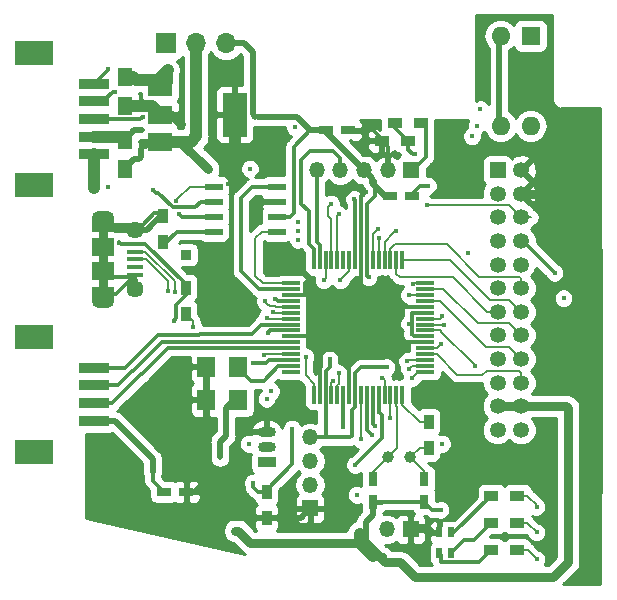
<source format=gtl>
G04 #@! TF.GenerationSoftware,KiCad,Pcbnew,(5.0.2)-1*
G04 #@! TF.CreationDate,2020-07-22T07:53:00+02:00*
G04 #@! TF.ProjectId,32mz_gauge_main_v31,33326d7a-5f67-4617-9567-655f6d61696e,rev?*
G04 #@! TF.SameCoordinates,Original*
G04 #@! TF.FileFunction,Copper,L1,Top*
G04 #@! TF.FilePolarity,Positive*
%FSLAX46Y46*%
G04 Gerber Fmt 4.6, Leading zero omitted, Abs format (unit mm)*
G04 Created by KiCad (PCBNEW (5.0.2)-1) date 7/22/2020 07:53:00*
%MOMM*%
%LPD*%
G01*
G04 APERTURE LIST*
G04 #@! TA.AperFunction,SMDPad,CuDef*
%ADD10R,1.900000X1.200000*%
G04 #@! TD*
G04 #@! TA.AperFunction,ComponentPad*
%ADD11O,1.900000X1.200000*%
G04 #@! TD*
G04 #@! TA.AperFunction,SMDPad,CuDef*
%ADD12R,1.900000X1.500000*%
G04 #@! TD*
G04 #@! TA.AperFunction,ComponentPad*
%ADD13C,1.450000*%
G04 #@! TD*
G04 #@! TA.AperFunction,SMDPad,CuDef*
%ADD14R,1.350000X0.400000*%
G04 #@! TD*
G04 #@! TA.AperFunction,SMDPad,CuDef*
%ADD15R,1.500000X0.300000*%
G04 #@! TD*
G04 #@! TA.AperFunction,SMDPad,CuDef*
%ADD16R,0.300000X1.500000*%
G04 #@! TD*
G04 #@! TA.AperFunction,SMDPad,CuDef*
%ADD17R,1.250000X1.500000*%
G04 #@! TD*
G04 #@! TA.AperFunction,SMDPad,CuDef*
%ADD18R,1.200000X0.750000*%
G04 #@! TD*
G04 #@! TA.AperFunction,SMDPad,CuDef*
%ADD19R,0.500000X0.850000*%
G04 #@! TD*
G04 #@! TA.AperFunction,ComponentPad*
%ADD20O,1.350000X1.350000*%
G04 #@! TD*
G04 #@! TA.AperFunction,ComponentPad*
%ADD21R,1.350000X1.350000*%
G04 #@! TD*
G04 #@! TA.AperFunction,ComponentPad*
%ADD22C,1.350000*%
G04 #@! TD*
G04 #@! TA.AperFunction,SMDPad,CuDef*
%ADD23R,3.300000X2.000000*%
G04 #@! TD*
G04 #@! TA.AperFunction,SMDPad,CuDef*
%ADD24R,2.500000X0.900000*%
G04 #@! TD*
G04 #@! TA.AperFunction,ComponentPad*
%ADD25O,1.700000X1.700000*%
G04 #@! TD*
G04 #@! TA.AperFunction,ComponentPad*
%ADD26R,1.700000X1.700000*%
G04 #@! TD*
G04 #@! TA.AperFunction,ComponentPad*
%ADD27R,0.850000X0.850000*%
G04 #@! TD*
G04 #@! TA.AperFunction,SMDPad,CuDef*
%ADD28R,2.000000X1.500000*%
G04 #@! TD*
G04 #@! TA.AperFunction,SMDPad,CuDef*
%ADD29R,2.000000X3.800000*%
G04 #@! TD*
G04 #@! TA.AperFunction,SMDPad,CuDef*
%ADD30R,1.540000X1.800000*%
G04 #@! TD*
G04 #@! TA.AperFunction,SMDPad,CuDef*
%ADD31R,1.550000X0.600000*%
G04 #@! TD*
G04 #@! TA.AperFunction,ComponentPad*
%ADD32O,1.600000X1.600000*%
G04 #@! TD*
G04 #@! TA.AperFunction,ComponentPad*
%ADD33R,1.600000X1.600000*%
G04 #@! TD*
G04 #@! TA.AperFunction,ComponentPad*
%ADD34C,1.000000*%
G04 #@! TD*
G04 #@! TA.AperFunction,SMDPad,CuDef*
%ADD35R,0.900000X1.200000*%
G04 #@! TD*
G04 #@! TA.AperFunction,SMDPad,CuDef*
%ADD36R,1.200000X0.900000*%
G04 #@! TD*
G04 #@! TA.AperFunction,ComponentPad*
%ADD37R,1.500000X0.900000*%
G04 #@! TD*
G04 #@! TA.AperFunction,ComponentPad*
%ADD38O,1.500000X0.900000*%
G04 #@! TD*
G04 #@! TA.AperFunction,SMDPad,CuDef*
%ADD39R,0.750000X1.200000*%
G04 #@! TD*
G04 #@! TA.AperFunction,ViaPad*
%ADD40C,0.400000*%
G04 #@! TD*
G04 #@! TA.AperFunction,ViaPad*
%ADD41C,0.600000*%
G04 #@! TD*
G04 #@! TA.AperFunction,Conductor*
%ADD42C,1.000000*%
G04 #@! TD*
G04 #@! TA.AperFunction,Conductor*
%ADD43C,0.800000*%
G04 #@! TD*
G04 #@! TA.AperFunction,Conductor*
%ADD44C,0.300000*%
G04 #@! TD*
G04 #@! TA.AperFunction,Conductor*
%ADD45C,0.500000*%
G04 #@! TD*
G04 #@! TA.AperFunction,Conductor*
%ADD46C,0.200000*%
G04 #@! TD*
G04 #@! TA.AperFunction,Conductor*
%ADD47C,0.400000*%
G04 #@! TD*
G04 #@! TA.AperFunction,Conductor*
%ADD48C,0.254000*%
G04 #@! TD*
G04 APERTURE END LIST*
D10*
G04 #@! TO.P,J2,6*
G04 #@! TO.N,Net-(C1-Pad1)*
X90455000Y-87016000D03*
X90455000Y-92816000D03*
D11*
X90455000Y-93416000D03*
X90455000Y-86416000D03*
D12*
X90455000Y-88916000D03*
D13*
X93155000Y-92416000D03*
D14*
G04 #@! TO.P,J2,3*
G04 #@! TO.N,Net-(J2-Pad3)*
X93155000Y-89916000D03*
G04 #@! TO.P,J2,4*
G04 #@! TO.N,Net-(J2-Pad4)*
X93155000Y-90566000D03*
G04 #@! TO.P,J2,5*
G04 #@! TO.N,Net-(C1-Pad1)*
X93155000Y-91216000D03*
G04 #@! TO.P,J2,1*
G04 #@! TO.N,Net-(C1-Pad2)*
X93155000Y-88616000D03*
G04 #@! TO.P,J2,2*
G04 #@! TO.N,Net-(J2-Pad2)*
X93155000Y-89266000D03*
D13*
G04 #@! TO.P,J2,6*
G04 #@! TO.N,Net-(C1-Pad1)*
X93155000Y-87416000D03*
D12*
X90455000Y-90916000D03*
G04 #@! TD*
D15*
G04 #@! TO.P,U3,64*
G04 #@! TO.N,Net-(J3-Pad6)*
X117714000Y-91944500D03*
G04 #@! TO.P,U3,63*
G04 #@! TO.N,Net-(J3-Pad20)*
X117714000Y-92444500D03*
G04 #@! TO.P,U3,62*
G04 #@! TO.N,Net-(J3-Pad5)*
X117714000Y-92944500D03*
G04 #@! TO.P,U3,61*
G04 #@! TO.N,Net-(J3-Pad21)*
X117714000Y-93444500D03*
G04 #@! TO.P,U3,60*
G04 #@! TO.N,Net-(C10-Pad2)*
X117714000Y-93944500D03*
G04 #@! TO.P,U3,59*
G04 #@! TO.N,Net-(C1-Pad1)*
X117714000Y-94444500D03*
G04 #@! TO.P,U3,58*
G04 #@! TO.N,Net-(J3-Pad4)*
X117714000Y-94944500D03*
G04 #@! TO.P,U3,57*
G04 #@! TO.N,Net-(J3-Pad2)*
X117714000Y-95444500D03*
G04 #@! TO.P,U3,56*
G04 #@! TO.N,Net-(J3-Pad24)*
X117714000Y-95944500D03*
G04 #@! TO.P,U3,55*
G04 #@! TO.N,Net-(C1-Pad1)*
X117714000Y-96444500D03*
G04 #@! TO.P,U3,54*
G04 #@! TO.N,Net-(C10-Pad2)*
X117714000Y-96944500D03*
G04 #@! TO.P,U3,53*
G04 #@! TO.N,Net-(J3-Pad3)*
X117714000Y-97444500D03*
G04 #@! TO.P,U3,52*
G04 #@! TO.N,Net-(J3-Pad22)*
X117714000Y-97944500D03*
G04 #@! TO.P,U3,51*
G04 #@! TO.N,Net-(U3-Pad51)*
X117714000Y-98444500D03*
G04 #@! TO.P,U3,50*
G04 #@! TO.N,Net-(R7-Pad2)*
X117714000Y-98944500D03*
G04 #@! TO.P,U3,49*
G04 #@! TO.N,Net-(U3-Pad49)*
X117714000Y-99444500D03*
D16*
G04 #@! TO.P,U3,48*
G04 #@! TO.N,Net-(R16-Pad2)*
X115764000Y-101394500D03*
G04 #@! TO.P,U3,47*
G04 #@! TO.N,Net-(C20-Pad2)*
X115264000Y-101394500D03*
G04 #@! TO.P,U3,46*
G04 #@! TO.N,Net-(J3-Pad8)*
X114764000Y-101394500D03*
G04 #@! TO.P,U3,45*
G04 #@! TO.N,Net-(U3-Pad45)*
X114264000Y-101394500D03*
G04 #@! TO.P,U3,44*
G04 #@! TO.N,Net-(J3-Pad9)*
X113764000Y-101394500D03*
G04 #@! TO.P,U3,43*
G04 #@! TO.N,Net-(J3-Pad1)*
X113264000Y-101394500D03*
G04 #@! TO.P,U3,42*
G04 #@! TO.N,Net-(J3-Pad16)*
X112764000Y-101394500D03*
G04 #@! TO.P,U3,41*
G04 #@! TO.N,Net-(J3-Pad17)*
X112264000Y-101394500D03*
G04 #@! TO.P,U3,40*
G04 #@! TO.N,Net-(C1-Pad1)*
X111764000Y-101394500D03*
G04 #@! TO.P,U3,39*
G04 #@! TO.N,Net-(C10-Pad2)*
X111264000Y-101394500D03*
G04 #@! TO.P,U3,38*
G04 #@! TO.N,Net-(J7-Pad2)*
X110764000Y-101394500D03*
G04 #@! TO.P,U3,37*
G04 #@! TO.N,Net-(J2-Pad3)*
X110264000Y-101394500D03*
G04 #@! TO.P,U3,36*
G04 #@! TO.N,Net-(J2-Pad2)*
X109764000Y-101394500D03*
G04 #@! TO.P,U3,35*
G04 #@! TO.N,Net-(C1-Pad1)*
X109264000Y-101394500D03*
G04 #@! TO.P,U3,34*
G04 #@! TO.N,Net-(C10-Pad2)*
X108764000Y-101394500D03*
G04 #@! TO.P,U3,33*
G04 #@! TO.N,Net-(R8-Pad1)*
X108264000Y-101394500D03*
D15*
G04 #@! TO.P,U3,32*
G04 #@! TO.N,Net-(U3-Pad32)*
X106314000Y-99444500D03*
G04 #@! TO.P,U3,31*
G04 #@! TO.N,Net-(U2-Pad3)*
X106314000Y-98944500D03*
G04 #@! TO.P,U3,30*
G04 #@! TO.N,Net-(U3-Pad30)*
X106314000Y-98444500D03*
G04 #@! TO.P,U3,29*
G04 #@! TO.N,Net-(U3-Pad29)*
X106314000Y-97944500D03*
G04 #@! TO.P,U3,28*
G04 #@! TO.N,Net-(J8-Pad2)*
X106314000Y-97444500D03*
G04 #@! TO.P,U3,27*
G04 #@! TO.N,Net-(J8-Pad3)*
X106314000Y-96944500D03*
G04 #@! TO.P,U3,26*
G04 #@! TO.N,Net-(C10-Pad2)*
X106314000Y-96444500D03*
G04 #@! TO.P,U3,25*
G04 #@! TO.N,Net-(C1-Pad1)*
X106314000Y-95944500D03*
G04 #@! TO.P,U3,24*
G04 #@! TO.N,Net-(J8-Pad4)*
X106314000Y-95444500D03*
G04 #@! TO.P,U3,23*
G04 #@! TO.N,Net-(U3-Pad23)*
X106314000Y-94944500D03*
G04 #@! TO.P,U3,22*
G04 #@! TO.N,Net-(U3-Pad22)*
X106314000Y-94444500D03*
G04 #@! TO.P,U3,21*
G04 #@! TO.N,Net-(U3-Pad21)*
X106314000Y-93944500D03*
G04 #@! TO.P,U3,20*
G04 #@! TO.N,Net-(C1-Pad1)*
X106314000Y-93444500D03*
G04 #@! TO.P,U3,19*
G04 #@! TO.N,Net-(C10-Pad2)*
X106314000Y-92944500D03*
G04 #@! TO.P,U3,18*
G04 #@! TO.N,Net-(U3-Pad18)*
X106314000Y-92444500D03*
G04 #@! TO.P,U3,17*
G04 #@! TO.N,Net-(U3-Pad17)*
X106314000Y-91944500D03*
D16*
G04 #@! TO.P,U3,16*
G04 #@! TO.N,Net-(J1-Pad4)*
X108264000Y-89994500D03*
G04 #@! TO.P,U3,15*
G04 #@! TO.N,Net-(J1-Pad5)*
X108764000Y-89994500D03*
G04 #@! TO.P,U3,14*
G04 #@! TO.N,Net-(J7-Pad3)*
X109264000Y-89994500D03*
G04 #@! TO.P,U3,13*
G04 #@! TO.N,Net-(R10-Pad2)*
X109764000Y-89994500D03*
G04 #@! TO.P,U3,12*
G04 #@! TO.N,Net-(C19-Pad1)*
X110264000Y-89994500D03*
G04 #@! TO.P,U3,11*
G04 #@! TO.N,Net-(U3-Pad11)*
X110764000Y-89994500D03*
G04 #@! TO.P,U3,10*
G04 #@! TO.N,Net-(R14-Pad2)*
X111264000Y-89994500D03*
G04 #@! TO.P,U3,9*
G04 #@! TO.N,Net-(J1-Pad1)*
X111764000Y-89994500D03*
G04 #@! TO.P,U3,8*
G04 #@! TO.N,Net-(C10-Pad2)*
X112264000Y-89994500D03*
G04 #@! TO.P,U3,7*
G04 #@! TO.N,Net-(C1-Pad1)*
X112764000Y-89994500D03*
G04 #@! TO.P,U3,6*
G04 #@! TO.N,Net-(R2-Pad1)*
X113264000Y-89994500D03*
G04 #@! TO.P,U3,5*
G04 #@! TO.N,Net-(R3-Pad1)*
X113764000Y-89994500D03*
G04 #@! TO.P,U3,4*
G04 #@! TO.N,Net-(R4-Pad1)*
X114264000Y-89994500D03*
G04 #@! TO.P,U3,3*
G04 #@! TO.N,Net-(J3-Pad18)*
X114764000Y-89994500D03*
G04 #@! TO.P,U3,2*
G04 #@! TO.N,Net-(J3-Pad7)*
X115264000Y-89994500D03*
G04 #@! TO.P,U3,1*
G04 #@! TO.N,Net-(J3-Pad19)*
X115764000Y-89994500D03*
G04 #@! TD*
D17*
G04 #@! TO.P,C1,2*
G04 #@! TO.N,Net-(C1-Pad2)*
X92265500Y-82276000D03*
G04 #@! TO.P,C1,1*
G04 #@! TO.N,Net-(C1-Pad1)*
X92265500Y-79776000D03*
G04 #@! TD*
G04 #@! TO.P,C5,1*
G04 #@! TO.N,Net-(C10-Pad2)*
X92265500Y-76942000D03*
G04 #@! TO.P,C5,2*
G04 #@! TO.N,Net-(C1-Pad1)*
X92265500Y-74442000D03*
G04 #@! TD*
D18*
G04 #@! TO.P,C10,2*
G04 #@! TO.N,Net-(C10-Pad2)*
X111186000Y-78994000D03*
G04 #@! TO.P,C10,1*
G04 #@! TO.N,Net-(C1-Pad1)*
X109286000Y-78994000D03*
G04 #@! TD*
D19*
G04 #@! TO.P,D1,1*
G04 #@! TO.N,Net-(C10-Pad2)*
X118880000Y-113044000D03*
G04 #@! TO.P,D1,2*
G04 #@! TO.N,Net-(D1-Pad2)*
X118880000Y-114794000D03*
G04 #@! TO.P,D1,3*
G04 #@! TO.N,Net-(D1-Pad3)*
X119880000Y-113044000D03*
G04 #@! TO.P,D1,4*
G04 #@! TO.N,Net-(D1-Pad4)*
X119880000Y-114794000D03*
G04 #@! TD*
D20*
G04 #@! TO.P,J1,5*
G04 #@! TO.N,Net-(J1-Pad5)*
X108522500Y-82359500D03*
G04 #@! TO.P,J1,4*
G04 #@! TO.N,Net-(J1-Pad4)*
X110522500Y-82359500D03*
G04 #@! TO.P,J1,3*
G04 #@! TO.N,Net-(C1-Pad1)*
X112522500Y-82359500D03*
G04 #@! TO.P,J1,2*
G04 #@! TO.N,Net-(C10-Pad2)*
X114522500Y-82359500D03*
D21*
G04 #@! TO.P,J1,1*
G04 #@! TO.N,Net-(J1-Pad1)*
X116522500Y-82359500D03*
G04 #@! TD*
D22*
G04 #@! TO.P,J3,24*
G04 #@! TO.N,Net-(J3-Pad24)*
X125825000Y-104359500D03*
G04 #@! TO.P,J3,23*
G04 #@! TO.N,Net-(C1-Pad1)*
X125825000Y-102359500D03*
G04 #@! TO.P,J3,22*
G04 #@! TO.N,Net-(J3-Pad22)*
X125825000Y-100359500D03*
G04 #@! TO.P,J3,21*
G04 #@! TO.N,Net-(J3-Pad21)*
X125825000Y-98359500D03*
G04 #@! TO.P,J3,20*
G04 #@! TO.N,Net-(J3-Pad20)*
X125825000Y-96359500D03*
G04 #@! TO.P,J3,19*
G04 #@! TO.N,Net-(J3-Pad19)*
X125825000Y-94359500D03*
G04 #@! TO.P,J3,18*
G04 #@! TO.N,Net-(J3-Pad18)*
X125825000Y-92359500D03*
G04 #@! TO.P,J3,17*
G04 #@! TO.N,Net-(J3-Pad17)*
X125825000Y-90359500D03*
G04 #@! TO.P,J3,16*
G04 #@! TO.N,Net-(J3-Pad16)*
X125825000Y-88359500D03*
G04 #@! TO.P,J3,15*
G04 #@! TO.N,Net-(C19-Pad1)*
X125825000Y-86359500D03*
G04 #@! TO.P,J3,14*
G04 #@! TO.N,Net-(C10-Pad2)*
X125825000Y-84359500D03*
G04 #@! TO.P,J3,13*
X125825000Y-82359500D03*
G04 #@! TO.P,J3,12*
G04 #@! TO.N,Net-(C1-Pad1)*
X123825000Y-104359500D03*
G04 #@! TO.P,J3,11*
X123825000Y-102359500D03*
G04 #@! TO.P,J3,10*
G04 #@! TO.N,Net-(C1-Pad2)*
X123825000Y-100359500D03*
G04 #@! TO.P,J3,9*
G04 #@! TO.N,Net-(J3-Pad9)*
X123825000Y-98359500D03*
G04 #@! TO.P,J3,8*
G04 #@! TO.N,Net-(J3-Pad8)*
X123825000Y-96359500D03*
G04 #@! TO.P,J3,7*
G04 #@! TO.N,Net-(J3-Pad7)*
X123825000Y-94359500D03*
G04 #@! TO.P,J3,6*
G04 #@! TO.N,Net-(J3-Pad6)*
X123825000Y-92359500D03*
G04 #@! TO.P,J3,5*
G04 #@! TO.N,Net-(J3-Pad5)*
X123825000Y-90359500D03*
G04 #@! TO.P,J3,4*
G04 #@! TO.N,Net-(J3-Pad4)*
X123825000Y-88359500D03*
G04 #@! TO.P,J3,3*
G04 #@! TO.N,Net-(J3-Pad3)*
X123825000Y-86359500D03*
G04 #@! TO.P,J3,2*
G04 #@! TO.N,Net-(J3-Pad2)*
X123825000Y-84359500D03*
D21*
G04 #@! TO.P,J3,1*
G04 #@! TO.N,Net-(J3-Pad1)*
X123825000Y-82359500D03*
G04 #@! TD*
D23*
G04 #@! TO.P,J4,*
G04 #@! TO.N,*
X84597000Y-72441500D03*
X84597000Y-83641500D03*
D24*
G04 #@! TO.P,J4,5*
G04 #@! TO.N,Net-(J4-Pad5)*
X89647000Y-75041500D03*
G04 #@! TO.P,J4,4*
G04 #@! TO.N,Net-(J4-Pad4)*
X89647000Y-76541500D03*
G04 #@! TO.P,J4,3*
G04 #@! TO.N,Net-(J4-Pad3)*
X89647000Y-78041500D03*
G04 #@! TO.P,J4,2*
G04 #@! TO.N,Net-(C1-Pad1)*
X89647000Y-79541500D03*
G04 #@! TO.P,J4,1*
G04 #@! TO.N,Net-(J4-Pad1)*
X89647000Y-81041500D03*
G04 #@! TD*
D25*
G04 #@! TO.P,J5,3*
G04 #@! TO.N,Net-(C1-Pad1)*
X100838000Y-71628000D03*
G04 #@! TO.P,J5,2*
G04 #@! TO.N,Net-(C1-Pad2)*
X98298000Y-71628000D03*
D26*
G04 #@! TO.P,J5,1*
G04 #@! TO.N,Net-(J4-Pad1)*
X95758000Y-71628000D03*
G04 #@! TD*
D27*
G04 #@! TO.P,J6,1*
G04 #@! TO.N,Net-(J6-Pad1)*
X97472500Y-89535000D03*
G04 #@! TD*
D20*
G04 #@! TO.P,LS1,2*
G04 #@! TO.N,Net-(LS1-Pad2)*
X114459000Y-112776000D03*
D21*
G04 #@! TO.P,LS1,1*
G04 #@! TO.N,Net-(C10-Pad2)*
X116459000Y-112776000D03*
G04 #@! TD*
D28*
G04 #@! TO.P,U1,1*
G04 #@! TO.N,Net-(C1-Pad1)*
X95275000Y-75360500D03*
G04 #@! TO.P,U1,3*
G04 #@! TO.N,Net-(C1-Pad2)*
X95275000Y-79960500D03*
G04 #@! TO.P,U1,2*
G04 #@! TO.N,Net-(C10-Pad2)*
X95275000Y-77660500D03*
D29*
G04 #@! TO.P,U1,4*
X101575000Y-77660500D03*
G04 #@! TD*
D30*
G04 #@! TO.P,U2,4*
G04 #@! TO.N,Net-(C10-Pad2)*
X99180500Y-98993500D03*
G04 #@! TO.P,U2,3*
G04 #@! TO.N,Net-(U2-Pad3)*
X101860500Y-98993500D03*
G04 #@! TO.P,U2,2*
G04 #@! TO.N,Net-(C1-Pad1)*
X101860500Y-101793500D03*
G04 #@! TO.P,U2,1*
G04 #@! TO.N,Net-(C10-Pad2)*
X99180500Y-101793500D03*
G04 #@! TD*
D31*
G04 #@! TO.P,U4,8*
G04 #@! TO.N,Net-(R1-Pad1)*
X99789000Y-87566500D03*
G04 #@! TO.P,U4,7*
G04 #@! TO.N,Net-(J4-Pad5)*
X99789000Y-86296500D03*
G04 #@! TO.P,U4,6*
G04 #@! TO.N,Net-(J4-Pad4)*
X99789000Y-85026500D03*
G04 #@! TO.P,U4,5*
G04 #@! TO.N,Net-(J6-Pad1)*
X99789000Y-83756500D03*
G04 #@! TO.P,U4,4*
G04 #@! TO.N,Net-(U3-Pad18)*
X105189000Y-83756500D03*
G04 #@! TO.P,U4,3*
G04 #@! TO.N,Net-(C10-Pad2)*
X105189000Y-85026500D03*
G04 #@! TO.P,U4,2*
G04 #@! TO.N,Net-(C1-Pad1)*
X105189000Y-86296500D03*
G04 #@! TO.P,U4,1*
G04 #@! TO.N,Net-(U3-Pad17)*
X105189000Y-87566500D03*
G04 #@! TD*
D32*
G04 #@! TO.P,U5,4*
G04 #@! TO.N,Net-(R10-Pad2)*
X126619000Y-78613000D03*
G04 #@! TO.P,U5,2*
G04 #@! TO.N,Net-(C1-Pad1)*
X124079000Y-70993000D03*
G04 #@! TO.P,U5,3*
X124079000Y-78613000D03*
D33*
G04 #@! TO.P,U5,1*
G04 #@! TO.N,Net-(R9-Pad2)*
X126619000Y-70993000D03*
G04 #@! TD*
D34*
G04 #@! TO.P,Y1,2*
G04 #@! TO.N,Net-(C16-Pad2)*
X116454000Y-106680000D03*
G04 #@! TO.P,Y1,1*
G04 #@! TO.N,Net-(C20-Pad2)*
X114554000Y-106680000D03*
G04 #@! TD*
D20*
G04 #@! TO.P,J7,4*
G04 #@! TO.N,Net-(C1-Pad1)*
X107950000Y-104998000D03*
G04 #@! TO.P,J7,3*
G04 #@! TO.N,Net-(J7-Pad3)*
X107950000Y-106998000D03*
G04 #@! TO.P,J7,2*
G04 #@! TO.N,Net-(J7-Pad2)*
X107950000Y-108998000D03*
D21*
G04 #@! TO.P,J7,1*
G04 #@! TO.N,Net-(C10-Pad2)*
X107950000Y-110998000D03*
G04 #@! TD*
D23*
G04 #@! TO.P,J8,*
G04 #@! TO.N,*
X84597000Y-96496000D03*
X84597000Y-106196000D03*
D24*
G04 #@! TO.P,J8,4*
G04 #@! TO.N,Net-(J8-Pad4)*
X89647000Y-99096000D03*
G04 #@! TO.P,J8,3*
G04 #@! TO.N,Net-(J8-Pad3)*
X89647000Y-100596000D03*
G04 #@! TO.P,J8,2*
G04 #@! TO.N,Net-(J8-Pad2)*
X89647000Y-102096000D03*
G04 #@! TO.P,J8,1*
G04 #@! TO.N,Net-(C1-Pad1)*
X89647000Y-103596000D03*
G04 #@! TD*
D18*
G04 #@! TO.P,C13,2*
G04 #@! TO.N,Net-(C10-Pad2)*
X97470000Y-109601000D03*
G04 #@! TO.P,C13,1*
G04 #@! TO.N,Net-(C1-Pad1)*
X95570000Y-109601000D03*
G04 #@! TD*
G04 #@! TO.P,C14,1*
G04 #@! TO.N,Net-(C1-Pad1)*
X114683500Y-84518500D03*
G04 #@! TO.P,C14,2*
G04 #@! TO.N,Net-(C14-Pad2)*
X116583500Y-84518500D03*
G04 #@! TD*
D35*
G04 #@! TO.P,R1,2*
G04 #@! TO.N,Net-(C1-Pad1)*
X95504000Y-86276000D03*
G04 #@! TO.P,R1,1*
G04 #@! TO.N,Net-(R1-Pad1)*
X95504000Y-88476000D03*
G04 #@! TD*
D36*
G04 #@! TO.P,R2,1*
G04 #@! TO.N,Net-(R2-Pad1)*
X125496500Y-112204500D03*
G04 #@! TO.P,R2,2*
G04 #@! TO.N,Net-(D1-Pad4)*
X123296500Y-112204500D03*
G04 #@! TD*
G04 #@! TO.P,R3,2*
G04 #@! TO.N,Net-(D1-Pad3)*
X123296500Y-109918500D03*
G04 #@! TO.P,R3,1*
G04 #@! TO.N,Net-(R3-Pad1)*
X125496500Y-109918500D03*
G04 #@! TD*
G04 #@! TO.P,R4,1*
G04 #@! TO.N,Net-(R4-Pad1)*
X125496500Y-114554000D03*
G04 #@! TO.P,R4,2*
G04 #@! TO.N,Net-(D1-Pad2)*
X123296500Y-114554000D03*
G04 #@! TD*
G04 #@! TO.P,R6,1*
G04 #@! TO.N,Net-(J1-Pad1)*
X117305000Y-78359000D03*
G04 #@! TO.P,R6,2*
G04 #@! TO.N,Net-(C14-Pad2)*
X115105000Y-78359000D03*
G04 #@! TD*
D35*
G04 #@! TO.P,R7,2*
G04 #@! TO.N,Net-(R7-Pad2)*
X104267000Y-109597000D03*
G04 #@! TO.P,R7,1*
G04 #@! TO.N,Net-(C10-Pad2)*
X104267000Y-111797000D03*
G04 #@! TD*
G04 #@! TO.P,R8,2*
G04 #@! TO.N,Net-(C1-Pad2)*
X97409000Y-92308500D03*
G04 #@! TO.P,R8,1*
G04 #@! TO.N,Net-(R8-Pad1)*
X97409000Y-94508500D03*
G04 #@! TD*
D36*
G04 #@! TO.P,R15,2*
G04 #@! TO.N,Net-(C10-Pad2)*
X114025500Y-79883000D03*
G04 #@! TO.P,R15,1*
G04 #@! TO.N,Net-(C14-Pad2)*
X116225500Y-79883000D03*
G04 #@! TD*
D37*
G04 #@! TO.P,U7,1*
G04 #@! TO.N,Net-(C1-Pad1)*
X104267000Y-107061000D03*
D38*
G04 #@! TO.P,U7,3*
G04 #@! TO.N,Net-(C10-Pad2)*
X104267000Y-104521000D03*
G04 #@! TO.P,U7,2*
G04 #@! TO.N,Net-(U3-Pad23)*
X104267000Y-105791000D03*
G04 #@! TD*
D39*
G04 #@! TO.P,C16,1*
G04 #@! TO.N,Net-(C1-Pad1)*
X117602000Y-110424000D03*
G04 #@! TO.P,C16,2*
G04 #@! TO.N,Net-(C16-Pad2)*
X117602000Y-108524000D03*
G04 #@! TD*
G04 #@! TO.P,C20,2*
G04 #@! TO.N,Net-(C20-Pad2)*
X113284000Y-108524000D03*
G04 #@! TO.P,C20,1*
G04 #@! TO.N,Net-(C1-Pad1)*
X113284000Y-110424000D03*
G04 #@! TD*
D35*
G04 #@! TO.P,R16,2*
G04 #@! TO.N,Net-(R16-Pad2)*
X117983000Y-103675000D03*
G04 #@! TO.P,R16,1*
G04 #@! TO.N,Net-(C16-Pad2)*
X117983000Y-105875000D03*
G04 #@! TD*
D40*
G04 #@! TO.N,Net-(C1-Pad2)*
X99314000Y-82296000D03*
X91805002Y-88519000D03*
X96392998Y-95123000D03*
X111886992Y-109855000D03*
X93662500Y-80581500D03*
G04 #@! TO.N,Net-(C1-Pad1)*
X95885000Y-73914000D03*
X93218000Y-74739500D03*
X100330000Y-106680000D03*
X94615000Y-107950000D03*
X104394000Y-96139000D03*
X105004385Y-93297220D03*
X116332000Y-95377000D03*
X112903000Y-91440000D03*
X101600000Y-112903000D03*
X114427000Y-99060000D03*
X109601000Y-98383000D03*
X116586000Y-96266500D03*
X118999000Y-111125000D03*
X112649000Y-113918999D03*
X93750000Y-78994000D03*
G04 #@! TO.N,Net-(C10-Pad2)*
X112648992Y-84201000D03*
X97028000Y-78359000D03*
X97853500Y-101854000D03*
X108585000Y-99060000D03*
X103004990Y-85026500D03*
X100965000Y-88646000D03*
X132334000Y-109601000D03*
X100965000Y-93726000D03*
X114554000Y-97917000D03*
X100965000Y-83566000D03*
X107569000Y-91948000D03*
X122301000Y-80137000D03*
G04 #@! TO.N,Net-(J1-Pad1)*
X111696498Y-84835998D03*
G04 #@! TO.N,Net-(J2-Pad3)*
X110363000Y-99568000D03*
X95885000Y-92633450D03*
G04 #@! TO.N,Net-(J2-Pad2)*
X96502589Y-92674736D03*
X109855000Y-100203000D03*
G04 #@! TO.N,Net-(J3-Pad24)*
X121920000Y-98932998D03*
G04 #@! TO.N,Net-(J3-Pad17)*
X112264000Y-105152000D03*
X129413000Y-93218000D03*
G04 #@! TO.N,Net-(J3-Pad16)*
X113214000Y-104775000D03*
X128651000Y-91059000D03*
G04 #@! TO.N,Net-(J3-Pad9)*
X111760000Y-107315000D03*
X113814010Y-102878096D03*
G04 #@! TO.N,Net-(J3-Pad8)*
X114681000Y-103378000D03*
G04 #@! TO.N,Net-(J3-Pad6)*
X116662885Y-92031176D03*
G04 #@! TO.N,Net-(J3-Pad5)*
X116332000Y-92942002D03*
G04 #@! TO.N,Net-(J3-Pad4)*
X119126000Y-94742000D03*
X121285000Y-89408000D03*
G04 #@! TO.N,Net-(J3-Pad3)*
X118999000Y-97109500D03*
G04 #@! TO.N,Net-(J3-Pad2)*
X119320500Y-95444500D03*
G04 #@! TO.N,Net-(J3-Pad1)*
X113411000Y-104013000D03*
G04 #@! TO.N,Net-(J4-Pad5)*
X96837500Y-86055021D03*
X90805000Y-73787000D03*
X90868500Y-83820000D03*
G04 #@! TO.N,Net-(J4-Pad4)*
X94678500Y-84074000D03*
X91440000Y-75755500D03*
G04 #@! TO.N,Net-(J4-Pad3)*
X122364500Y-77216000D03*
X93789500Y-77851000D03*
D41*
G04 #@! TO.N,Net-(J4-Pad1)*
X89647000Y-83868500D03*
D40*
G04 #@! TO.N,Net-(J6-Pad1)*
X96603522Y-84955010D03*
G04 #@! TO.N,Net-(R2-Pad1)*
X127127000Y-113035000D03*
X106934000Y-87503000D03*
X113665000Y-87376000D03*
G04 #@! TO.N,Net-(R3-Pad1)*
X127127000Y-110871000D03*
X113792000Y-88138000D03*
X106934000Y-88265000D03*
G04 #@! TO.N,Net-(R4-Pad1)*
X127127000Y-115316000D03*
X106934000Y-86741000D03*
X115189000Y-87502998D03*
G04 #@! TO.N,Net-(R7-Pad2)*
X116332000Y-99187000D03*
X106426000Y-104267000D03*
X103124000Y-108839000D03*
G04 #@! TO.N,Net-(R8-Pad1)*
X98044000Y-95631000D03*
X107569000Y-98171000D03*
G04 #@! TO.N,Net-(R10-Pad2)*
X109728000Y-85217006D03*
G04 #@! TO.N,Net-(U3-Pad51)*
X104267000Y-101733500D03*
X116183002Y-98552000D03*
G04 #@! TO.N,Net-(U3-Pad49)*
X116609500Y-99949000D03*
X102743000Y-105537000D03*
G04 #@! TO.N,Net-(U3-Pad45)*
X104648000Y-101092000D03*
X114046000Y-99949000D03*
G04 #@! TO.N,Net-(U3-Pad30)*
X103087939Y-98715061D03*
X102860076Y-82258731D03*
G04 #@! TO.N,Net-(U3-Pad29)*
X106680000Y-78740000D03*
X104049061Y-98007939D03*
G04 #@! TO.N,Net-(U3-Pad23)*
X104267000Y-94869000D03*
G04 #@! TO.N,Net-(U3-Pad22)*
X104775000Y-94361010D03*
X121666000Y-79502000D03*
G04 #@! TO.N,Net-(U3-Pad21)*
X122047000Y-78613000D03*
X104139998Y-93472002D03*
G04 #@! TO.N,Net-(C19-Pad1)*
X110363012Y-86106000D03*
X117856000Y-85344018D03*
G04 #@! TO.N,Net-(J7-Pad3)*
X109093000Y-91693962D03*
G04 #@! TO.N,Net-(J7-Pad2)*
X110744000Y-104140000D03*
G04 #@! TO.N,Net-(R14-Pad2)*
X110514500Y-91694000D03*
X119126000Y-105537000D03*
G04 #@! TO.N,Net-(C14-Pad2)*
X117919500Y-83693000D03*
X116840000Y-81041010D03*
G04 #@! TD*
D42*
G04 #@! TO.N,Net-(C10-Pad2)*
X101575000Y-77660500D02*
X101575000Y-79082500D01*
X101575000Y-77660500D02*
X101575000Y-78969000D01*
G04 #@! TO.N,Net-(C1-Pad2)*
X98298000Y-71628000D02*
X98298000Y-79502000D01*
X97839500Y-79960500D02*
X95402000Y-79960500D01*
X98298000Y-79502000D02*
X97839500Y-79960500D01*
D43*
X95275000Y-79960500D02*
X96978500Y-79960500D01*
X96978500Y-79960500D02*
X99314000Y-82296000D01*
D44*
X91918000Y-88616000D02*
X91757500Y-88455500D01*
X93155000Y-88616000D02*
X91918000Y-88616000D01*
X91757500Y-88455500D02*
X91757500Y-88471498D01*
X91757500Y-88471498D02*
X91805002Y-88519000D01*
X97409000Y-92014998D02*
X97409000Y-92308500D01*
X94010002Y-88616000D02*
X97409000Y-92014998D01*
X93155000Y-88616000D02*
X94010002Y-88616000D01*
X97409000Y-92945512D02*
X96592997Y-93761515D01*
X97409000Y-92308500D02*
X97409000Y-92945512D01*
X96592997Y-93761515D02*
X96592997Y-94923001D01*
X96592997Y-94923001D02*
X96392998Y-95123000D01*
X95402000Y-79960500D02*
X93659510Y-79960500D01*
D45*
X92265500Y-82151000D02*
X93009500Y-81407000D01*
X92265500Y-82276000D02*
X92265500Y-82151000D01*
X93009500Y-81407000D02*
X93472000Y-81407000D01*
X93662500Y-81216500D02*
X93662500Y-80581500D01*
X93472000Y-81407000D02*
X93662500Y-81216500D01*
D44*
X93662500Y-79963490D02*
X93659510Y-79960500D01*
X93662500Y-80581500D02*
X93662500Y-79963490D01*
X93862499Y-80381501D02*
X94052999Y-80381501D01*
X93662500Y-80581500D02*
X93862499Y-80381501D01*
X94234000Y-80200500D02*
X94234000Y-79960500D01*
X94052999Y-80381501D02*
X94234000Y-80200500D01*
D45*
X95275000Y-79960500D02*
X94234000Y-79960500D01*
X94234000Y-79960500D02*
X93659510Y-79960500D01*
D46*
G04 #@! TO.N,Net-(C1-Pad1)*
X109286000Y-79123000D02*
X109286000Y-78994000D01*
D45*
X112522500Y-82359500D02*
X109286000Y-79123000D01*
D44*
X113197499Y-83034499D02*
X112522500Y-82359500D01*
D46*
X113212502Y-83049502D02*
X113197499Y-83034499D01*
X95402000Y-75360500D02*
X95236000Y-75360500D01*
D43*
X95885000Y-74877500D02*
X95402000Y-75360500D01*
X92984000Y-74442000D02*
X93218000Y-74676000D01*
X93218000Y-74676000D02*
X93218000Y-74739500D01*
X95885000Y-74358500D02*
X95885000Y-74877500D01*
X95885000Y-73914000D02*
X95885000Y-74358500D01*
D45*
X107950000Y-78994000D02*
X106826010Y-77870010D01*
X109286000Y-78994000D02*
X107950000Y-78994000D01*
X106826010Y-77870010D02*
X103505000Y-77870010D01*
D44*
X103505000Y-77870010D02*
X103441500Y-77870010D01*
X103505000Y-77870010D02*
X103333510Y-77870010D01*
D45*
X103104990Y-77641490D02*
X103104990Y-72370990D01*
X103333510Y-77870010D02*
X103104990Y-77641490D01*
X102362000Y-71628000D02*
X100838000Y-71628000D01*
X103104990Y-72370990D02*
X102362000Y-71628000D01*
X94114000Y-87416000D02*
X95504000Y-86026000D01*
X93155000Y-87416000D02*
X94114000Y-87416000D01*
X91455000Y-87416000D02*
X90455000Y-86416000D01*
X93155000Y-87416000D02*
X91455000Y-87416000D01*
X93155000Y-92416000D02*
X93155000Y-91631000D01*
D44*
X93155000Y-91631000D02*
X93155000Y-91216000D01*
X90979000Y-91440000D02*
X90455000Y-90916000D01*
X92583000Y-91440000D02*
X90979000Y-91440000D01*
X93155000Y-92416000D02*
X93155000Y-92012000D01*
X93155000Y-92012000D02*
X92583000Y-91440000D01*
X91524500Y-92816000D02*
X90455000Y-92816000D01*
X93155000Y-91216000D02*
X93124500Y-91216000D01*
X93124500Y-91216000D02*
X91524500Y-92816000D01*
X90455000Y-87016000D02*
X93768500Y-87016000D01*
X94758500Y-86026000D02*
X95504000Y-86026000D01*
X93768500Y-87016000D02*
X94758500Y-86026000D01*
D45*
X101860500Y-101793500D02*
X101533500Y-101793500D01*
X101533500Y-101793500D02*
X100838000Y-102489000D01*
X100838000Y-102489000D02*
X100838000Y-104838500D01*
X100838000Y-104838500D02*
X100330000Y-105346500D01*
X100330000Y-105346500D02*
X100330000Y-106680000D01*
X114683500Y-84518500D02*
X114300000Y-84518500D01*
X114300000Y-84518500D02*
X113220500Y-83439000D01*
X113220500Y-83057500D02*
X112522500Y-82359500D01*
X113220500Y-83439000D02*
X113220500Y-83057500D01*
D44*
X94615000Y-108646000D02*
X95570000Y-109601000D01*
X94615000Y-107950000D02*
X94615000Y-108646000D01*
D43*
X116205000Y-116205000D02*
X116840000Y-116840000D01*
X115570000Y-115570000D02*
X116840000Y-116840000D01*
X114300000Y-115570000D02*
X115570000Y-115570000D01*
D44*
X106264000Y-86296500D02*
X106553000Y-86007500D01*
X105189000Y-86296500D02*
X106264000Y-86296500D01*
X106553000Y-86007500D02*
X106553000Y-80391000D01*
X106553000Y-80391000D02*
X107950000Y-78994000D01*
X106314000Y-95944500D02*
X104588500Y-95944500D01*
X104588500Y-95944500D02*
X104394000Y-96139000D01*
X106314000Y-93444500D02*
X105234915Y-93444500D01*
X105234915Y-93444500D02*
X105087635Y-93297220D01*
X105087635Y-93297220D02*
X105004385Y-93297220D01*
X116586000Y-94444500D02*
X117714000Y-94444500D01*
X117714000Y-96444500D02*
X116764000Y-96444500D01*
X116586000Y-95377000D02*
X116332000Y-95377000D01*
X116586000Y-95377000D02*
X116586000Y-94444500D01*
X116586000Y-96266500D02*
X116586000Y-95377000D01*
X112764000Y-91301000D02*
X112764000Y-89994500D01*
X112903000Y-91440000D02*
X112764000Y-91301000D01*
D45*
X91404000Y-103596000D02*
X89647000Y-103596000D01*
X94615000Y-107950000D02*
X94615000Y-106807000D01*
X94615000Y-106807000D02*
X91404000Y-103596000D01*
D44*
X109264001Y-102235000D02*
X109264001Y-102168960D01*
X109264001Y-104984999D02*
X109264001Y-102235000D01*
X109251000Y-104998000D02*
X107950000Y-104998000D01*
X109264001Y-104984999D02*
X109251000Y-104998000D01*
D43*
X101882842Y-112903000D02*
X101600000Y-112903000D01*
X102898842Y-113919000D02*
X101882842Y-112903000D01*
X114300000Y-115570000D02*
X112649000Y-113919000D01*
X112649000Y-113919000D02*
X102898842Y-113919000D01*
D46*
X109264000Y-102234999D02*
X109264001Y-102235000D01*
X109264000Y-101394500D02*
X109264000Y-102234999D01*
X111764000Y-102171499D02*
X111764001Y-102171500D01*
X111764000Y-101394500D02*
X111764000Y-102171499D01*
D44*
X111346500Y-104998000D02*
X109251000Y-104998000D01*
X111506000Y-104838500D02*
X111346500Y-104998000D01*
X111506000Y-102682502D02*
X111506000Y-104838500D01*
X111764001Y-102171500D02*
X111764001Y-102424501D01*
X111764001Y-102424501D02*
X111506000Y-102682502D01*
X114144158Y-99060000D02*
X114427000Y-99060000D01*
X112268000Y-99060000D02*
X114144158Y-99060000D01*
X111764000Y-101394500D02*
X111764000Y-99564000D01*
X111764000Y-99564000D02*
X112268000Y-99060000D01*
X109264000Y-99408542D02*
X109601000Y-99071542D01*
X109264000Y-101394500D02*
X109264000Y-99408542D01*
X109601000Y-98425000D02*
X109601000Y-98383000D01*
X109601000Y-99071542D02*
X109601000Y-98383000D01*
X116764000Y-96444500D02*
X116586000Y-96266500D01*
X113411000Y-83248000D02*
X113212502Y-83049502D01*
X113411000Y-84582000D02*
X113411000Y-83248000D01*
X112764000Y-89994500D02*
X112764000Y-85229000D01*
X112764000Y-85229000D02*
X113411000Y-84582000D01*
D43*
X90455000Y-87016000D02*
X90455000Y-93416000D01*
D47*
X113284000Y-110424000D02*
X113959000Y-110424000D01*
D43*
X129664500Y-102359500D02*
X123825000Y-102359500D01*
X129794000Y-102489000D02*
X129664500Y-102359500D01*
X129794000Y-115570000D02*
X129794000Y-102489000D01*
X116840000Y-116840000D02*
X128524000Y-116840000D01*
X128524000Y-116840000D02*
X129794000Y-115570000D01*
D45*
X124079000Y-78613000D02*
X124587000Y-78613000D01*
X123952000Y-78486000D02*
X124079000Y-78613000D01*
X124079000Y-70993000D02*
X123952000Y-71120000D01*
X123952000Y-71120000D02*
X123952000Y-78486000D01*
X114300000Y-115570000D02*
X114173000Y-115443000D01*
D44*
X116927000Y-110424000D02*
X117602000Y-110424000D01*
X113959000Y-110424000D02*
X116927000Y-110424000D01*
X118303000Y-111125000D02*
X117602000Y-110424000D01*
X118999000Y-111125000D02*
X118303000Y-111125000D01*
D45*
X114173000Y-115443000D02*
X114173000Y-115062000D01*
D42*
X112141000Y-113919000D02*
X112141000Y-113157000D01*
X113284000Y-115062000D02*
X112141000Y-113919000D01*
D45*
X113284000Y-110424000D02*
X113284000Y-111524000D01*
X112649000Y-114201841D02*
X112649000Y-113918999D01*
X113284000Y-111524000D02*
X112649000Y-112159000D01*
X112649000Y-112159000D02*
X112649000Y-113918999D01*
X112649000Y-114427000D02*
X112649000Y-114201841D01*
X113284000Y-115062000D02*
X112649000Y-114427000D01*
X114173000Y-115062000D02*
X113284000Y-115062000D01*
D42*
X95059500Y-74739500D02*
X95885000Y-73914000D01*
X93218000Y-74739500D02*
X95059500Y-74739500D01*
X92920500Y-74442000D02*
X93218000Y-74739500D01*
X92265500Y-74442000D02*
X92920500Y-74442000D01*
X92031000Y-79541500D02*
X92265500Y-79776000D01*
X89647000Y-79541500D02*
X92031000Y-79541500D01*
D45*
X93047500Y-78994000D02*
X92265500Y-79776000D01*
X93750000Y-78994000D02*
X93047500Y-78994000D01*
D44*
G04 #@! TO.N,Net-(C10-Pad2)*
X112264000Y-89994500D02*
X112264000Y-84585992D01*
X112264000Y-84585992D02*
X112448993Y-84400999D01*
D46*
X112448993Y-84400999D02*
X112648992Y-84201000D01*
D44*
X95402000Y-77660500D02*
X96266000Y-77660500D01*
D43*
X96266000Y-77660500D02*
X97028000Y-78422500D01*
D44*
X97028000Y-78422500D02*
X97028000Y-78359000D01*
D43*
X94683500Y-76942000D02*
X95402000Y-77660500D01*
D45*
X99180500Y-101793500D02*
X99180500Y-98993500D01*
X99120000Y-101854000D02*
X99180500Y-101793500D01*
X97853500Y-101854000D02*
X99120000Y-101854000D01*
D44*
X114522500Y-80380000D02*
X114025500Y-79883000D01*
X114522500Y-82359500D02*
X114522500Y-80380000D01*
X114025500Y-79883000D02*
X114025500Y-79735500D01*
X113284000Y-78994000D02*
X111186000Y-78994000D01*
X114025500Y-79735500D02*
X113284000Y-78994000D01*
X97470000Y-109601000D02*
X98044000Y-109601000D01*
X98044000Y-109601000D02*
X99060000Y-108585000D01*
X99060000Y-108585000D02*
X99695000Y-108585000D01*
X112264000Y-95381000D02*
X111264000Y-96381000D01*
X111688500Y-96944500D02*
X111264000Y-96520000D01*
X111264000Y-96381000D02*
X111264000Y-96520000D01*
X111188500Y-96444500D02*
X111264000Y-96520000D01*
X112029500Y-92944500D02*
X112264000Y-92710000D01*
X112299500Y-93944500D02*
X112264000Y-93980000D01*
X112264000Y-92710000D02*
X112264000Y-93980000D01*
X112264000Y-93980000D02*
X112264000Y-95381000D01*
X108764000Y-96623500D02*
X108585000Y-96444500D01*
X108585000Y-96444500D02*
X111188500Y-96444500D01*
D45*
X108585000Y-99060000D02*
X108764000Y-99060000D01*
D44*
X108764000Y-101394500D02*
X108764000Y-99060000D01*
X108764000Y-99060000D02*
X108764000Y-96623500D01*
D45*
X105189000Y-85026500D02*
X103004990Y-85026500D01*
X102780000Y-111797000D02*
X104267000Y-111797000D01*
X99180500Y-101793500D02*
X99180500Y-108197500D01*
X99180500Y-108197500D02*
X102780000Y-111797000D01*
X107151000Y-111797000D02*
X107950000Y-110998000D01*
X104267000Y-111797000D02*
X107151000Y-111797000D01*
X100965000Y-88646000D02*
X100965000Y-88928842D01*
X100965000Y-88928842D02*
X100965000Y-93726000D01*
D44*
X107950000Y-92944500D02*
X112029500Y-92944500D01*
X106314000Y-92944500D02*
X107950000Y-92944500D01*
X107950000Y-96444500D02*
X108585000Y-96444500D01*
X106314000Y-96444500D02*
X107950000Y-96444500D01*
D45*
X108784999Y-98860001D02*
X108784999Y-97971001D01*
X108585000Y-99060000D02*
X108784999Y-98860001D01*
X109220000Y-97536000D02*
X111264000Y-97536000D01*
X108784999Y-97971001D02*
X109220000Y-97536000D01*
D44*
X111264000Y-96520000D02*
X111264000Y-97536000D01*
X111264000Y-97536000D02*
X111264000Y-101394500D01*
D45*
X111803500Y-97536000D02*
X112395000Y-96944500D01*
X111264000Y-97536000D02*
X111803500Y-97536000D01*
D44*
X117714000Y-96944500D02*
X112395000Y-96944500D01*
X112395000Y-96944500D02*
X111688500Y-96944500D01*
D45*
X112395000Y-96944500D02*
X113581500Y-96944500D01*
X113581500Y-96944500D02*
X114554000Y-97917000D01*
X114753999Y-95014501D02*
X115824000Y-93944500D01*
X114753999Y-97717001D02*
X114753999Y-95014501D01*
X114554000Y-97917000D02*
X114753999Y-97717001D01*
D44*
X117714000Y-93944500D02*
X115824000Y-93944500D01*
X115824000Y-93944500D02*
X112299500Y-93944500D01*
D45*
X114554000Y-94746000D02*
X112264000Y-92456000D01*
X114554000Y-97917000D02*
X114554000Y-94746000D01*
D44*
X112264000Y-89994500D02*
X112264000Y-92456000D01*
X112264000Y-92456000D02*
X112264000Y-92710000D01*
D45*
X107569000Y-92710000D02*
X107950000Y-93091000D01*
X107569000Y-91948000D02*
X107569000Y-92710000D01*
X107950000Y-96444500D02*
X107950000Y-93091000D01*
X107950000Y-93091000D02*
X107950000Y-92944500D01*
D43*
X132334000Y-89088406D02*
X132334000Y-109601000D01*
X125825000Y-84359500D02*
X127605094Y-84359500D01*
X127605094Y-84359500D02*
X132334000Y-89088406D01*
D47*
X117850000Y-112522000D02*
X118372000Y-113044000D01*
X116205000Y-112522000D02*
X117850000Y-112522000D01*
D44*
X118372000Y-113044000D02*
X118880000Y-113044000D01*
X118294500Y-112966500D02*
X118372000Y-113044000D01*
D42*
X94556500Y-76942000D02*
X95275000Y-77660500D01*
X92265500Y-76942000D02*
X94556500Y-76942000D01*
X101575000Y-80560500D02*
X101409500Y-80726000D01*
X101575000Y-77660500D02*
X101575000Y-80560500D01*
X101409500Y-80726000D02*
X101409500Y-82740500D01*
D44*
X101409500Y-83121500D02*
X100965000Y-83566000D01*
X101409500Y-82740500D02*
X101409500Y-83121500D01*
G04 #@! TO.N,Net-(D1-Pad2)*
X122281499Y-115569001D02*
X123296500Y-114554000D01*
X118999999Y-115569001D02*
X122281499Y-115569001D01*
X118999000Y-115570000D02*
X118999999Y-115569001D01*
X118880000Y-114794000D02*
X118999000Y-114913000D01*
X118999000Y-114913000D02*
X118999000Y-115570000D01*
G04 #@! TO.N,Net-(D1-Pad3)*
X120171000Y-113044000D02*
X123296500Y-109918500D01*
X119880000Y-113044000D02*
X120171000Y-113044000D01*
G04 #@! TO.N,Net-(D1-Pad4)*
X121836000Y-113665000D02*
X123296500Y-112204500D01*
X119880000Y-114794000D02*
X121009000Y-113665000D01*
X121009000Y-113665000D02*
X121836000Y-113665000D01*
G04 #@! TO.N,Net-(J1-Pad5)*
X108764000Y-89044500D02*
X108764000Y-89994500D01*
X108764000Y-88698000D02*
X108764000Y-89044500D01*
X108522500Y-82359500D02*
X108522500Y-88456500D01*
X108522500Y-88456500D02*
X108764000Y-88698000D01*
G04 #@! TO.N,Net-(J1-Pad4)*
X108264000Y-89994500D02*
X108264000Y-89044500D01*
X110522500Y-81376000D02*
X110522500Y-82359500D01*
X108264000Y-89044500D02*
X107823000Y-88603500D01*
X109855000Y-80708500D02*
X110522500Y-81376000D01*
X107188000Y-85217000D02*
X107188000Y-81470500D01*
X107188000Y-81470500D02*
X107950000Y-80708500D01*
X107823000Y-88603500D02*
X107823000Y-85852000D01*
X107823000Y-85852000D02*
X107188000Y-85217000D01*
X107950000Y-80708500D02*
X109855000Y-80708500D01*
D46*
G04 #@! TO.N,Net-(J1-Pad1)*
X116475500Y-82312500D02*
X116522500Y-82359500D01*
X111764000Y-84903500D02*
X111696498Y-84835998D01*
D44*
X111764000Y-89994500D02*
X111764000Y-84903500D01*
D45*
X116522500Y-82359500D02*
X116649500Y-82359500D01*
D44*
X116649500Y-82359500D02*
X117729000Y-81280000D01*
X117729000Y-78783000D02*
X117305000Y-78359000D01*
X117729000Y-81280000D02*
X117729000Y-78783000D01*
D46*
G04 #@! TO.N,Net-(J2-Pad3)*
X95885000Y-92350608D02*
X95885000Y-92633450D01*
X94030000Y-89916000D02*
X95885000Y-91771000D01*
X93155000Y-89916000D02*
X94030000Y-89916000D01*
X95885000Y-91771000D02*
X95885000Y-92350608D01*
X110363000Y-99850842D02*
X110363000Y-99568000D01*
X110264000Y-101394500D02*
X110264000Y-100534004D01*
X110363000Y-100435004D02*
X110363000Y-99850842D01*
X110264000Y-100534004D02*
X110363000Y-100435004D01*
G04 #@! TO.N,Net-(J2-Pad2)*
X96502589Y-92391894D02*
X96502589Y-92674736D01*
X93993842Y-89266000D02*
X96502589Y-91774747D01*
X93155000Y-89266000D02*
X93993842Y-89266000D01*
X96502589Y-91774747D02*
X96502589Y-92391894D01*
X109764000Y-100294000D02*
X109855000Y-100203000D01*
X109764000Y-101394500D02*
X109764000Y-100294000D01*
G04 #@! TO.N,Net-(J3-Pad24)*
X117714000Y-95944500D02*
X118931500Y-95944500D01*
X121720001Y-98732999D02*
X121920000Y-98932998D01*
X119131501Y-96144499D02*
X121720001Y-98732999D01*
X118931500Y-95944500D02*
X119131501Y-96144499D01*
G04 #@! TO.N,Net-(J3-Pad22)*
X125825000Y-99534000D02*
X125825000Y-100359500D01*
X118664000Y-97944500D02*
X120406502Y-99687002D01*
X117714000Y-97944500D02*
X118664000Y-97944500D01*
X120406502Y-99687002D02*
X122541003Y-99687002D01*
X122541003Y-99687002D02*
X122893504Y-99334501D01*
X122893504Y-99334501D02*
X125625501Y-99334501D01*
X125625501Y-99334501D02*
X125825000Y-99534000D01*
G04 #@! TO.N,Net-(J3-Pad21)*
X118971500Y-93444500D02*
X117714000Y-93444500D01*
X122861501Y-97334501D02*
X118971500Y-93444500D01*
X125825000Y-98359500D02*
X124800001Y-97334501D01*
X124800001Y-97334501D02*
X122861501Y-97334501D01*
G04 #@! TO.N,Net-(J3-Pad20)*
X119241500Y-92444500D02*
X117714000Y-92444500D01*
X122131501Y-95334501D02*
X119241500Y-92444500D01*
X125825000Y-96359500D02*
X124800001Y-95334501D01*
X124800001Y-95334501D02*
X122131501Y-95334501D01*
G04 #@! TO.N,Net-(J3-Pad19)*
X124810500Y-93345000D02*
X125825000Y-94359500D01*
X123190000Y-93345000D02*
X124810500Y-93345000D01*
X115764000Y-89994500D02*
X119839500Y-89994500D01*
X119839500Y-89994500D02*
X123190000Y-93345000D01*
G04 #@! TO.N,Net-(J3-Pad18)*
X114764000Y-89044500D02*
X115162500Y-88646000D01*
X114764000Y-89994500D02*
X114764000Y-89044500D01*
X125825000Y-91534000D02*
X125825000Y-92359500D01*
X115162500Y-88646000D02*
X119528998Y-88646000D01*
X119528998Y-88646000D02*
X122267497Y-91384499D01*
X122267497Y-91384499D02*
X125675499Y-91384499D01*
X125675499Y-91384499D02*
X125825000Y-91534000D01*
G04 #@! TO.N,Net-(J3-Pad17)*
X112264000Y-101394500D02*
X112264000Y-105152000D01*
D44*
G04 #@! TO.N,Net-(J3-Pad16)*
X113157000Y-104775000D02*
X113214000Y-104775000D01*
X112764000Y-101394500D02*
X112764000Y-104382000D01*
X112764000Y-104382000D02*
X113157000Y-104775000D01*
X125951500Y-88359500D02*
X128651000Y-91059000D01*
X125825000Y-88359500D02*
X125951500Y-88359500D01*
G04 #@! TO.N,Net-(J3-Pad9)*
X113764000Y-102828086D02*
X113814010Y-102878096D01*
X113764000Y-101394500D02*
X113764000Y-102828086D01*
X111760000Y-107315000D02*
X114014009Y-105060991D01*
X114014009Y-103078095D02*
X113814010Y-102878096D01*
X114014009Y-105060991D02*
X114014009Y-103078095D01*
D46*
G04 #@! TO.N,Net-(J3-Pad8)*
X114764000Y-102344500D02*
X114681000Y-102427500D01*
X114764000Y-101394500D02*
X114764000Y-102344500D01*
X114681000Y-102427500D02*
X114681000Y-103378000D01*
G04 #@! TO.N,Net-(J3-Pad7)*
X115264000Y-91134000D02*
X115264000Y-89994500D01*
X115570000Y-91440000D02*
X115264000Y-91134000D01*
X120015000Y-91440000D02*
X115570000Y-91440000D01*
X123825000Y-94359500D02*
X122934500Y-94359500D01*
X122934500Y-94359500D02*
X120015000Y-91440000D01*
G04 #@! TO.N,Net-(J3-Pad6)*
X116749561Y-91944500D02*
X116662885Y-92031176D01*
X117714000Y-91944500D02*
X116749561Y-91944500D01*
G04 #@! TO.N,Net-(J3-Pad5)*
X117711502Y-92942002D02*
X117714000Y-92944500D01*
X116332000Y-92942002D02*
X117711502Y-92942002D01*
G04 #@! TO.N,Net-(J3-Pad4)*
X117714000Y-94944500D02*
X118923500Y-94944500D01*
X118923500Y-94944500D02*
X119126000Y-94742000D01*
G04 #@! TO.N,Net-(J3-Pad3)*
X118664000Y-97444500D02*
X118999000Y-97109500D01*
X117714000Y-97444500D02*
X118664000Y-97444500D01*
G04 #@! TO.N,Net-(J3-Pad2)*
X117714000Y-95444500D02*
X119320500Y-95444500D01*
D44*
G04 #@! TO.N,Net-(J3-Pad1)*
X113264000Y-101394500D02*
X113264000Y-103866000D01*
X113264000Y-103866000D02*
X113411000Y-104013000D01*
G04 #@! TO.N,Net-(J4-Pad5)*
X97078979Y-86296500D02*
X97037499Y-86255020D01*
X99789000Y-86296500D02*
X97078979Y-86296500D01*
X97037499Y-86255020D02*
X96837500Y-86055021D01*
X90805000Y-73883500D02*
X89647000Y-75041500D01*
X90805000Y-73787000D02*
X90805000Y-73883500D01*
G04 #@! TO.N,Net-(J4-Pad4)*
X94878499Y-84273999D02*
X95108509Y-84273999D01*
X98235489Y-85505011D02*
X98714000Y-85026500D01*
X98714000Y-85026500D02*
X99789000Y-85026500D01*
X94678500Y-84074000D02*
X94878499Y-84273999D01*
X96339521Y-85505011D02*
X98235489Y-85505011D01*
X95108509Y-84273999D02*
X96339521Y-85505011D01*
X90447000Y-76541500D02*
X91233000Y-75755500D01*
X89647000Y-76541500D02*
X90447000Y-76541500D01*
X91233000Y-75755500D02*
X91440000Y-75755500D01*
G04 #@! TO.N,Net-(J4-Pad3)*
X91197000Y-78041500D02*
X89647000Y-78041500D01*
X91206499Y-78050999D02*
X91197000Y-78041500D01*
X93589501Y-78050999D02*
X91206499Y-78050999D01*
X93789500Y-77851000D02*
X93589501Y-78050999D01*
D42*
G04 #@! TO.N,Net-(J4-Pad1)*
X89647000Y-81041500D02*
X89647000Y-83868500D01*
D46*
G04 #@! TO.N,Net-(J6-Pad1)*
X97802032Y-83756500D02*
X96803521Y-84755011D01*
X96803521Y-84755011D02*
X96603522Y-84955010D01*
X99789000Y-83756500D02*
X97802032Y-83756500D01*
D44*
G04 #@! TO.N,Net-(R1-Pad1)*
X96663500Y-87566500D02*
X95504000Y-88726000D01*
X99789000Y-87566500D02*
X96663500Y-87566500D01*
D46*
G04 #@! TO.N,Net-(R2-Pad1)*
X126296500Y-112204500D02*
X127127000Y-113035000D01*
X125496500Y-112204500D02*
X126296500Y-112204500D01*
X113264000Y-87777000D02*
X113465001Y-87575999D01*
X113264000Y-89994500D02*
X113264000Y-87777000D01*
X113465001Y-87575999D02*
X113665000Y-87376000D01*
G04 #@! TO.N,Net-(R3-Pad1)*
X125496500Y-109918500D02*
X126296500Y-109918500D01*
X126296500Y-109918500D02*
X127127000Y-110749000D01*
X127127000Y-110749000D02*
X127127000Y-110871000D01*
X113792000Y-89966500D02*
X113764000Y-89994500D01*
X113792000Y-88138000D02*
X113792000Y-89966500D01*
G04 #@! TO.N,Net-(R4-Pad1)*
X125496500Y-114554000D02*
X126365000Y-114554000D01*
X126365000Y-114554000D02*
X127127000Y-115316000D01*
X114264000Y-89994500D02*
X114264000Y-88427998D01*
X114989001Y-87702997D02*
X115189000Y-87502998D01*
X114264000Y-88427998D02*
X114989001Y-87702997D01*
G04 #@! TO.N,Net-(R7-Pad2)*
X116574500Y-98944500D02*
X117714000Y-98944500D01*
X116332000Y-99187000D02*
X116574500Y-98944500D01*
D44*
X104267000Y-109597000D02*
X104267000Y-109447000D01*
X104267000Y-109447000D02*
X106426000Y-107288000D01*
X106426000Y-107288000D02*
X106426000Y-104549842D01*
X106426000Y-104549842D02*
X106426000Y-104267000D01*
X103517000Y-109597000D02*
X103124000Y-109204000D01*
X104267000Y-109597000D02*
X103517000Y-109597000D01*
X103124000Y-109121842D02*
X103124000Y-108839000D01*
X103124000Y-109204000D02*
X103124000Y-109121842D01*
D46*
G04 #@! TO.N,Net-(R8-Pad1)*
X98044000Y-95143500D02*
X97409000Y-94508500D01*
X98044000Y-95631000D02*
X98044000Y-95143500D01*
X107569000Y-98453842D02*
X107569000Y-98171000D01*
X107569000Y-99749500D02*
X107569000Y-98453842D01*
X108264000Y-101394500D02*
X108264000Y-100444500D01*
X108264000Y-100444500D02*
X107569000Y-99749500D01*
G04 #@! TO.N,Net-(R10-Pad2)*
X109764000Y-86501002D02*
X109481999Y-86219001D01*
X109764000Y-89994500D02*
X109764000Y-86501002D01*
X109481999Y-86219001D02*
X109481999Y-85463007D01*
X109528001Y-85417005D02*
X109728000Y-85217006D01*
X109481999Y-85463007D02*
X109528001Y-85417005D01*
D44*
G04 #@! TO.N,Net-(U2-Pad3)*
X101909500Y-98944500D02*
X101860500Y-98993500D01*
X105264000Y-98944500D02*
X105252500Y-98933000D01*
X106314000Y-98944500D02*
X105264000Y-98944500D01*
X105264000Y-98944500D02*
X104015000Y-100193500D01*
X102930500Y-100193500D02*
X101860500Y-99123500D01*
X101860500Y-99123500D02*
X101860500Y-98993500D01*
X104015000Y-100193500D02*
X102930500Y-100193500D01*
D46*
G04 #@! TO.N,Net-(U3-Pad51)*
X116290502Y-98444500D02*
X117714000Y-98444500D01*
X116183002Y-98552000D02*
X116290502Y-98444500D01*
G04 #@! TO.N,Net-(U3-Pad49)*
X117114000Y-99444500D02*
X116609500Y-99949000D01*
X117714000Y-99444500D02*
X117114000Y-99444500D01*
G04 #@! TO.N,Net-(U3-Pad45)*
X114264000Y-100167000D02*
X114264000Y-101394500D01*
X114046000Y-99949000D02*
X114264000Y-100167000D01*
D44*
G04 #@! TO.N,Net-(U3-Pad30)*
X104230939Y-98715061D02*
X103370781Y-98715061D01*
X106314000Y-98444500D02*
X105471120Y-98444500D01*
X105471120Y-98444500D02*
X105459612Y-98432992D01*
X104513008Y-98432992D02*
X104230939Y-98715061D01*
X105459612Y-98432992D02*
X104513008Y-98432992D01*
X103370781Y-98715061D02*
X103087939Y-98715061D01*
D46*
G04 #@! TO.N,Net-(U3-Pad29)*
X103992990Y-97944500D02*
X103935500Y-98001990D01*
X104112500Y-97944500D02*
X104049061Y-98007939D01*
X106314000Y-97944500D02*
X104112500Y-97944500D01*
G04 #@! TO.N,Net-(U3-Pad23)*
X106314000Y-94944500D02*
X104342500Y-94944500D01*
X104342500Y-94944500D02*
X104267000Y-94869000D01*
G04 #@! TO.N,Net-(U3-Pad22)*
X106314000Y-94444500D02*
X104858490Y-94444500D01*
X104858490Y-94444500D02*
X104775000Y-94361010D01*
G04 #@! TO.N,Net-(U3-Pad21)*
X104339997Y-93672001D02*
X104139998Y-93472002D01*
X105015002Y-93860990D02*
X104528986Y-93860990D01*
X106314000Y-93944500D02*
X105098512Y-93944500D01*
X105098512Y-93944500D02*
X105015002Y-93860990D01*
X104528986Y-93860990D02*
X104339997Y-93672001D01*
D44*
G04 #@! TO.N,Net-(U3-Pad18)*
X106314000Y-92444500D02*
X103620500Y-92444500D01*
X103620500Y-92444500D02*
X102108000Y-90932000D01*
X102108000Y-90932000D02*
X102108000Y-84709000D01*
X103060500Y-83756500D02*
X105189000Y-83756500D01*
X102108000Y-84709000D02*
X103060500Y-83756500D01*
D46*
G04 #@! TO.N,Net-(U3-Pad17)*
X106314000Y-91944500D02*
X103946000Y-91944500D01*
X103946000Y-91944500D02*
X103314500Y-91313000D01*
X103314500Y-91313000D02*
X103314500Y-88138000D01*
X103886000Y-87566500D02*
X105189000Y-87566500D01*
X103314500Y-88138000D02*
X103886000Y-87566500D01*
G04 #@! TO.N,Net-(C19-Pad1)*
X110264000Y-89994500D02*
X110264000Y-86205012D01*
X110264000Y-86205012D02*
X110363012Y-86106000D01*
X118138842Y-85344018D02*
X117856000Y-85344018D01*
X124809518Y-85344018D02*
X118138842Y-85344018D01*
X126650500Y-86359500D02*
X125825000Y-86359500D01*
X125825000Y-86359500D02*
X124809518Y-85344018D01*
G04 #@! TO.N,Net-(J7-Pad3)*
X109264000Y-89994500D02*
X109264000Y-91522962D01*
X109264000Y-91522962D02*
X109093000Y-91693962D01*
D44*
G04 #@! TO.N,Net-(J7-Pad2)*
X110764000Y-101394500D02*
X110764000Y-104120000D01*
X110764000Y-104120000D02*
X110744000Y-104140000D01*
D46*
G04 #@! TO.N,Net-(R14-Pad2)*
X111264000Y-90944500D02*
X110514500Y-91694000D01*
X111264000Y-89994500D02*
X111264000Y-90944500D01*
D44*
G04 #@! TO.N,Net-(J8-Pad4)*
X103818500Y-95444500D02*
X102997000Y-96266000D01*
X106314000Y-95444500D02*
X103818500Y-95444500D01*
X102997000Y-96266000D02*
X98615500Y-96266000D01*
X98615500Y-96266000D02*
X98552000Y-96329500D01*
X98552000Y-96329500D02*
X95059500Y-96329500D01*
X95059500Y-96329500D02*
X92265500Y-99123500D01*
X92238000Y-99096000D02*
X89647000Y-99096000D01*
X92265500Y-99123500D02*
X92238000Y-99096000D01*
G04 #@! TO.N,Net-(J8-Pad3)*
X106314000Y-96944500D02*
X95397000Y-96944500D01*
X95397000Y-96944500D02*
X92963996Y-99377504D01*
X92963996Y-99377504D02*
X92900496Y-99377504D01*
X91682000Y-100596000D02*
X89647000Y-100596000D01*
X92900496Y-99377504D02*
X91682000Y-100596000D01*
G04 #@! TO.N,Net-(J8-Pad2)*
X93726006Y-99631494D02*
X93726000Y-99631494D01*
X95913000Y-97444500D02*
X93726006Y-99631494D01*
X106314000Y-97444500D02*
X95913000Y-97444500D01*
X93726006Y-99631494D02*
X93662506Y-99631494D01*
X91198000Y-102096000D02*
X89647000Y-102096000D01*
X93662506Y-99631494D02*
X91198000Y-102096000D01*
G04 #@! TO.N,Net-(C14-Pad2)*
X115105000Y-78762500D02*
X116225500Y-79883000D01*
X115105000Y-78359000D02*
X115105000Y-78762500D01*
X116583500Y-84518500D02*
X117030500Y-84518500D01*
X116583500Y-84518500D02*
X116583500Y-84394000D01*
X116583500Y-84394000D02*
X117284500Y-83693000D01*
X117284500Y-83693000D02*
X117919500Y-83693000D01*
X116225500Y-80633000D02*
X116633510Y-81041010D01*
X116225500Y-79883000D02*
X116225500Y-80633000D01*
X116633510Y-81041010D02*
X116840000Y-81041010D01*
D46*
G04 #@! TO.N,Net-(C16-Pad2)*
X116332000Y-106558000D02*
X116454000Y-106680000D01*
X117602000Y-107828000D02*
X117602000Y-108524000D01*
X116454000Y-106680000D02*
X117602000Y-107828000D01*
X117259000Y-105875000D02*
X116454000Y-106680000D01*
X117983000Y-105875000D02*
X117259000Y-105875000D01*
G04 #@! TO.N,Net-(C20-Pad2)*
X115264000Y-102344500D02*
X115316000Y-102396500D01*
X115264000Y-101394500D02*
X115264000Y-102344500D01*
X115316000Y-105918000D02*
X114554000Y-106680000D01*
X115316000Y-102396500D02*
X115316000Y-105918000D01*
X113284000Y-107950000D02*
X113284000Y-108524000D01*
X114554000Y-106680000D02*
X113284000Y-107950000D01*
G04 #@! TO.N,Net-(R16-Pad2)*
X117221000Y-103675000D02*
X117983000Y-103675000D01*
X115764000Y-101394500D02*
X115764000Y-102218000D01*
X115764000Y-102218000D02*
X117221000Y-103675000D01*
G04 #@! TD*
D48*
G04 #@! TO.N,Net-(C10-Pad2)*
G36*
X128474000Y-76386538D02*
X128460581Y-76454000D01*
X128513745Y-76721273D01*
X128665143Y-76947857D01*
X128846447Y-77069000D01*
X128891727Y-77099255D01*
X129159000Y-77152419D01*
X129226461Y-77139000D01*
X132538000Y-77139000D01*
X132538001Y-117425000D01*
X129402710Y-117425000D01*
X130453777Y-116373934D01*
X130540193Y-116316193D01*
X130768948Y-115973837D01*
X130805852Y-115788309D01*
X130849276Y-115570001D01*
X130829000Y-115468066D01*
X130829000Y-102590934D01*
X130849276Y-102489000D01*
X130816478Y-102324112D01*
X130768948Y-102085163D01*
X130540193Y-101742807D01*
X130462563Y-101690937D01*
X130410693Y-101613307D01*
X130068337Y-101384552D01*
X129766435Y-101324500D01*
X129766434Y-101324500D01*
X129664500Y-101304224D01*
X129562566Y-101324500D01*
X126712619Y-101324500D01*
X126935564Y-101101555D01*
X127135000Y-100620075D01*
X127135000Y-100098925D01*
X126935564Y-99617445D01*
X126677619Y-99359500D01*
X126935564Y-99101555D01*
X127135000Y-98620075D01*
X127135000Y-98098925D01*
X126935564Y-97617445D01*
X126677619Y-97359500D01*
X126935564Y-97101555D01*
X127135000Y-96620075D01*
X127135000Y-96098925D01*
X126935564Y-95617445D01*
X126677619Y-95359500D01*
X126935564Y-95101555D01*
X127135000Y-94620075D01*
X127135000Y-94098925D01*
X126935564Y-93617445D01*
X126677619Y-93359500D01*
X126935564Y-93101555D01*
X126956128Y-93051908D01*
X128578000Y-93051908D01*
X128578000Y-93384092D01*
X128705121Y-93690990D01*
X128940010Y-93925879D01*
X129246908Y-94053000D01*
X129579092Y-94053000D01*
X129885990Y-93925879D01*
X130120879Y-93690990D01*
X130248000Y-93384092D01*
X130248000Y-93051908D01*
X130120879Y-92745010D01*
X129885990Y-92510121D01*
X129579092Y-92383000D01*
X129246908Y-92383000D01*
X128940010Y-92510121D01*
X128705121Y-92745010D01*
X128578000Y-93051908D01*
X126956128Y-93051908D01*
X127135000Y-92620075D01*
X127135000Y-92098925D01*
X126935564Y-91617445D01*
X126677619Y-91359500D01*
X126935564Y-91101555D01*
X127125310Y-90643467D01*
X127893120Y-91411277D01*
X127943121Y-91531990D01*
X128178010Y-91766879D01*
X128484908Y-91894000D01*
X128817092Y-91894000D01*
X129123990Y-91766879D01*
X129358879Y-91531990D01*
X129486000Y-91225092D01*
X129486000Y-90892908D01*
X129358879Y-90586010D01*
X129123990Y-90351121D01*
X129003277Y-90301120D01*
X127135000Y-88432843D01*
X127135000Y-88098925D01*
X126935564Y-87617445D01*
X126677619Y-87359500D01*
X126935564Y-87101555D01*
X126963371Y-87034422D01*
X127180405Y-86889405D01*
X127342854Y-86646283D01*
X127399899Y-86359500D01*
X127342854Y-86072717D01*
X127180405Y-85829595D01*
X126963371Y-85684578D01*
X126935564Y-85617445D01*
X126567055Y-85248936D01*
X126512045Y-85226150D01*
X125825000Y-84539105D01*
X125810858Y-84553248D01*
X125631253Y-84373643D01*
X125645395Y-84359500D01*
X126004605Y-84359500D01*
X126742147Y-85097042D01*
X126975328Y-85038281D01*
X127147522Y-84546400D01*
X127118375Y-84026066D01*
X126975328Y-83680719D01*
X126742147Y-83621958D01*
X126004605Y-84359500D01*
X125645395Y-84359500D01*
X125631253Y-84345358D01*
X125810858Y-84165753D01*
X125825000Y-84179895D01*
X126488905Y-83515990D01*
X126503781Y-83509828D01*
X126506717Y-83498178D01*
X126562542Y-83442353D01*
X126541663Y-83359500D01*
X126562542Y-83276647D01*
X126506717Y-83220822D01*
X126503781Y-83209172D01*
X126490373Y-83204478D01*
X125825000Y-82539105D01*
X125810858Y-82553248D01*
X125631253Y-82373643D01*
X125645395Y-82359500D01*
X126004605Y-82359500D01*
X126742147Y-83097042D01*
X126975328Y-83038281D01*
X127147522Y-82546400D01*
X127118375Y-82026066D01*
X126975328Y-81680719D01*
X126742147Y-81621958D01*
X126004605Y-82359500D01*
X125645395Y-82359500D01*
X125631253Y-82345358D01*
X125810858Y-82165753D01*
X125825000Y-82179895D01*
X126562542Y-81442353D01*
X126503781Y-81209172D01*
X126011900Y-81036978D01*
X125491566Y-81066125D01*
X125146219Y-81209172D01*
X125091416Y-81426646D01*
X124957809Y-81226691D01*
X124747765Y-81086343D01*
X124500000Y-81037060D01*
X123150000Y-81037060D01*
X122902235Y-81086343D01*
X122692191Y-81226691D01*
X122551843Y-81436735D01*
X122502560Y-81684500D01*
X122502560Y-83034500D01*
X122551843Y-83282265D01*
X122692191Y-83492309D01*
X122780539Y-83551342D01*
X122714436Y-83617445D01*
X122515000Y-84098925D01*
X122515000Y-84609018D01*
X118263514Y-84609018D01*
X118067919Y-84528000D01*
X118085592Y-84528000D01*
X118392490Y-84400879D01*
X118627379Y-84165990D01*
X118754500Y-83859092D01*
X118754500Y-83526908D01*
X118627379Y-83220010D01*
X118392490Y-82985121D01*
X118085592Y-82858000D01*
X117844940Y-82858000D01*
X117844940Y-82274217D01*
X118229408Y-81889749D01*
X118294953Y-81845953D01*
X118468454Y-81586292D01*
X118514000Y-81357316D01*
X118514000Y-81357312D01*
X118529378Y-81280000D01*
X118514000Y-81202688D01*
X118514000Y-79002253D01*
X118552440Y-78809000D01*
X118552440Y-78155000D01*
X121217538Y-78155000D01*
X121285000Y-78168419D01*
X121331157Y-78159238D01*
X121212000Y-78446908D01*
X121212000Y-78779092D01*
X121214533Y-78785206D01*
X121193010Y-78794121D01*
X120958121Y-79029010D01*
X120831000Y-79335908D01*
X120831000Y-79668092D01*
X120958121Y-79974990D01*
X121193010Y-80209879D01*
X121499908Y-80337000D01*
X121832092Y-80337000D01*
X122138990Y-80209879D01*
X122373879Y-79974990D01*
X122501000Y-79668092D01*
X122501000Y-79335908D01*
X122498467Y-79329794D01*
X122519990Y-79320879D01*
X122717421Y-79123448D01*
X122727260Y-79172909D01*
X123044423Y-79647577D01*
X123519091Y-79964740D01*
X123937667Y-80048000D01*
X124220333Y-80048000D01*
X124638909Y-79964740D01*
X125113577Y-79647577D01*
X125349000Y-79295242D01*
X125584423Y-79647577D01*
X126059091Y-79964740D01*
X126477667Y-80048000D01*
X126760333Y-80048000D01*
X127178909Y-79964740D01*
X127653577Y-79647577D01*
X127970740Y-79172909D01*
X128082113Y-78613000D01*
X127970740Y-78053091D01*
X127653577Y-77578423D01*
X127178909Y-77261260D01*
X126760333Y-77178000D01*
X126477667Y-77178000D01*
X126059091Y-77261260D01*
X125584423Y-77578423D01*
X125349000Y-77930758D01*
X125113577Y-77578423D01*
X124837000Y-77393620D01*
X124837000Y-72212380D01*
X125113577Y-72027577D01*
X125194215Y-71906894D01*
X125220843Y-72040765D01*
X125361191Y-72250809D01*
X125571235Y-72391157D01*
X125819000Y-72440440D01*
X127419000Y-72440440D01*
X127666765Y-72391157D01*
X127876809Y-72250809D01*
X128017157Y-72040765D01*
X128066440Y-71793000D01*
X128066440Y-70193000D01*
X128017157Y-69945235D01*
X127876809Y-69735191D01*
X127666765Y-69594843D01*
X127419000Y-69545560D01*
X125819000Y-69545560D01*
X125571235Y-69594843D01*
X125361191Y-69735191D01*
X125220843Y-69945235D01*
X125194215Y-70079106D01*
X125113577Y-69958423D01*
X124638909Y-69641260D01*
X124220333Y-69558000D01*
X123937667Y-69558000D01*
X123519091Y-69641260D01*
X123044423Y-69958423D01*
X122727260Y-70433091D01*
X122615887Y-70993000D01*
X122727260Y-71552909D01*
X123044423Y-72027577D01*
X123067000Y-72042663D01*
X123067001Y-76737632D01*
X122837490Y-76508121D01*
X122530592Y-76381000D01*
X122198408Y-76381000D01*
X121970000Y-76475609D01*
X121970000Y-69265000D01*
X128474001Y-69265000D01*
X128474000Y-76386538D01*
X128474000Y-76386538D01*
G37*
X128474000Y-76386538D02*
X128460581Y-76454000D01*
X128513745Y-76721273D01*
X128665143Y-76947857D01*
X128846447Y-77069000D01*
X128891727Y-77099255D01*
X129159000Y-77152419D01*
X129226461Y-77139000D01*
X132538000Y-77139000D01*
X132538001Y-117425000D01*
X129402710Y-117425000D01*
X130453777Y-116373934D01*
X130540193Y-116316193D01*
X130768948Y-115973837D01*
X130805852Y-115788309D01*
X130849276Y-115570001D01*
X130829000Y-115468066D01*
X130829000Y-102590934D01*
X130849276Y-102489000D01*
X130816478Y-102324112D01*
X130768948Y-102085163D01*
X130540193Y-101742807D01*
X130462563Y-101690937D01*
X130410693Y-101613307D01*
X130068337Y-101384552D01*
X129766435Y-101324500D01*
X129766434Y-101324500D01*
X129664500Y-101304224D01*
X129562566Y-101324500D01*
X126712619Y-101324500D01*
X126935564Y-101101555D01*
X127135000Y-100620075D01*
X127135000Y-100098925D01*
X126935564Y-99617445D01*
X126677619Y-99359500D01*
X126935564Y-99101555D01*
X127135000Y-98620075D01*
X127135000Y-98098925D01*
X126935564Y-97617445D01*
X126677619Y-97359500D01*
X126935564Y-97101555D01*
X127135000Y-96620075D01*
X127135000Y-96098925D01*
X126935564Y-95617445D01*
X126677619Y-95359500D01*
X126935564Y-95101555D01*
X127135000Y-94620075D01*
X127135000Y-94098925D01*
X126935564Y-93617445D01*
X126677619Y-93359500D01*
X126935564Y-93101555D01*
X126956128Y-93051908D01*
X128578000Y-93051908D01*
X128578000Y-93384092D01*
X128705121Y-93690990D01*
X128940010Y-93925879D01*
X129246908Y-94053000D01*
X129579092Y-94053000D01*
X129885990Y-93925879D01*
X130120879Y-93690990D01*
X130248000Y-93384092D01*
X130248000Y-93051908D01*
X130120879Y-92745010D01*
X129885990Y-92510121D01*
X129579092Y-92383000D01*
X129246908Y-92383000D01*
X128940010Y-92510121D01*
X128705121Y-92745010D01*
X128578000Y-93051908D01*
X126956128Y-93051908D01*
X127135000Y-92620075D01*
X127135000Y-92098925D01*
X126935564Y-91617445D01*
X126677619Y-91359500D01*
X126935564Y-91101555D01*
X127125310Y-90643467D01*
X127893120Y-91411277D01*
X127943121Y-91531990D01*
X128178010Y-91766879D01*
X128484908Y-91894000D01*
X128817092Y-91894000D01*
X129123990Y-91766879D01*
X129358879Y-91531990D01*
X129486000Y-91225092D01*
X129486000Y-90892908D01*
X129358879Y-90586010D01*
X129123990Y-90351121D01*
X129003277Y-90301120D01*
X127135000Y-88432843D01*
X127135000Y-88098925D01*
X126935564Y-87617445D01*
X126677619Y-87359500D01*
X126935564Y-87101555D01*
X126963371Y-87034422D01*
X127180405Y-86889405D01*
X127342854Y-86646283D01*
X127399899Y-86359500D01*
X127342854Y-86072717D01*
X127180405Y-85829595D01*
X126963371Y-85684578D01*
X126935564Y-85617445D01*
X126567055Y-85248936D01*
X126512045Y-85226150D01*
X125825000Y-84539105D01*
X125810858Y-84553248D01*
X125631253Y-84373643D01*
X125645395Y-84359500D01*
X126004605Y-84359500D01*
X126742147Y-85097042D01*
X126975328Y-85038281D01*
X127147522Y-84546400D01*
X127118375Y-84026066D01*
X126975328Y-83680719D01*
X126742147Y-83621958D01*
X126004605Y-84359500D01*
X125645395Y-84359500D01*
X125631253Y-84345358D01*
X125810858Y-84165753D01*
X125825000Y-84179895D01*
X126488905Y-83515990D01*
X126503781Y-83509828D01*
X126506717Y-83498178D01*
X126562542Y-83442353D01*
X126541663Y-83359500D01*
X126562542Y-83276647D01*
X126506717Y-83220822D01*
X126503781Y-83209172D01*
X126490373Y-83204478D01*
X125825000Y-82539105D01*
X125810858Y-82553248D01*
X125631253Y-82373643D01*
X125645395Y-82359500D01*
X126004605Y-82359500D01*
X126742147Y-83097042D01*
X126975328Y-83038281D01*
X127147522Y-82546400D01*
X127118375Y-82026066D01*
X126975328Y-81680719D01*
X126742147Y-81621958D01*
X126004605Y-82359500D01*
X125645395Y-82359500D01*
X125631253Y-82345358D01*
X125810858Y-82165753D01*
X125825000Y-82179895D01*
X126562542Y-81442353D01*
X126503781Y-81209172D01*
X126011900Y-81036978D01*
X125491566Y-81066125D01*
X125146219Y-81209172D01*
X125091416Y-81426646D01*
X124957809Y-81226691D01*
X124747765Y-81086343D01*
X124500000Y-81037060D01*
X123150000Y-81037060D01*
X122902235Y-81086343D01*
X122692191Y-81226691D01*
X122551843Y-81436735D01*
X122502560Y-81684500D01*
X122502560Y-83034500D01*
X122551843Y-83282265D01*
X122692191Y-83492309D01*
X122780539Y-83551342D01*
X122714436Y-83617445D01*
X122515000Y-84098925D01*
X122515000Y-84609018D01*
X118263514Y-84609018D01*
X118067919Y-84528000D01*
X118085592Y-84528000D01*
X118392490Y-84400879D01*
X118627379Y-84165990D01*
X118754500Y-83859092D01*
X118754500Y-83526908D01*
X118627379Y-83220010D01*
X118392490Y-82985121D01*
X118085592Y-82858000D01*
X117844940Y-82858000D01*
X117844940Y-82274217D01*
X118229408Y-81889749D01*
X118294953Y-81845953D01*
X118468454Y-81586292D01*
X118514000Y-81357316D01*
X118514000Y-81357312D01*
X118529378Y-81280000D01*
X118514000Y-81202688D01*
X118514000Y-79002253D01*
X118552440Y-78809000D01*
X118552440Y-78155000D01*
X121217538Y-78155000D01*
X121285000Y-78168419D01*
X121331157Y-78159238D01*
X121212000Y-78446908D01*
X121212000Y-78779092D01*
X121214533Y-78785206D01*
X121193010Y-78794121D01*
X120958121Y-79029010D01*
X120831000Y-79335908D01*
X120831000Y-79668092D01*
X120958121Y-79974990D01*
X121193010Y-80209879D01*
X121499908Y-80337000D01*
X121832092Y-80337000D01*
X122138990Y-80209879D01*
X122373879Y-79974990D01*
X122501000Y-79668092D01*
X122501000Y-79335908D01*
X122498467Y-79329794D01*
X122519990Y-79320879D01*
X122717421Y-79123448D01*
X122727260Y-79172909D01*
X123044423Y-79647577D01*
X123519091Y-79964740D01*
X123937667Y-80048000D01*
X124220333Y-80048000D01*
X124638909Y-79964740D01*
X125113577Y-79647577D01*
X125349000Y-79295242D01*
X125584423Y-79647577D01*
X126059091Y-79964740D01*
X126477667Y-80048000D01*
X126760333Y-80048000D01*
X127178909Y-79964740D01*
X127653577Y-79647577D01*
X127970740Y-79172909D01*
X128082113Y-78613000D01*
X127970740Y-78053091D01*
X127653577Y-77578423D01*
X127178909Y-77261260D01*
X126760333Y-77178000D01*
X126477667Y-77178000D01*
X126059091Y-77261260D01*
X125584423Y-77578423D01*
X125349000Y-77930758D01*
X125113577Y-77578423D01*
X124837000Y-77393620D01*
X124837000Y-72212380D01*
X125113577Y-72027577D01*
X125194215Y-71906894D01*
X125220843Y-72040765D01*
X125361191Y-72250809D01*
X125571235Y-72391157D01*
X125819000Y-72440440D01*
X127419000Y-72440440D01*
X127666765Y-72391157D01*
X127876809Y-72250809D01*
X128017157Y-72040765D01*
X128066440Y-71793000D01*
X128066440Y-70193000D01*
X128017157Y-69945235D01*
X127876809Y-69735191D01*
X127666765Y-69594843D01*
X127419000Y-69545560D01*
X125819000Y-69545560D01*
X125571235Y-69594843D01*
X125361191Y-69735191D01*
X125220843Y-69945235D01*
X125194215Y-70079106D01*
X125113577Y-69958423D01*
X124638909Y-69641260D01*
X124220333Y-69558000D01*
X123937667Y-69558000D01*
X123519091Y-69641260D01*
X123044423Y-69958423D01*
X122727260Y-70433091D01*
X122615887Y-70993000D01*
X122727260Y-71552909D01*
X123044423Y-72027577D01*
X123067000Y-72042663D01*
X123067001Y-76737632D01*
X122837490Y-76508121D01*
X122530592Y-76381000D01*
X122198408Y-76381000D01*
X121970000Y-76475609D01*
X121970000Y-69265000D01*
X128474001Y-69265000D01*
X128474000Y-76386538D01*
G36*
X119835592Y-100155539D02*
X119876597Y-100216907D01*
X120119719Y-100379356D01*
X120334114Y-100422002D01*
X120334118Y-100422002D01*
X120406502Y-100436400D01*
X120478886Y-100422002D01*
X122468619Y-100422002D01*
X122515000Y-100431228D01*
X122515000Y-100620075D01*
X122714436Y-101101555D01*
X122972381Y-101359500D01*
X122714436Y-101617445D01*
X122515000Y-102098925D01*
X122515000Y-102620075D01*
X122714436Y-103101555D01*
X122972381Y-103359500D01*
X122714436Y-103617445D01*
X122515000Y-104098925D01*
X122515000Y-104620075D01*
X122714436Y-105101555D01*
X123082945Y-105470064D01*
X123564425Y-105669500D01*
X124085575Y-105669500D01*
X124567055Y-105470064D01*
X124825000Y-105212119D01*
X125082945Y-105470064D01*
X125564425Y-105669500D01*
X126085575Y-105669500D01*
X126567055Y-105470064D01*
X126935564Y-105101555D01*
X127135000Y-104620075D01*
X127135000Y-104098925D01*
X126935564Y-103617445D01*
X126712619Y-103394500D01*
X128759001Y-103394500D01*
X128759000Y-115141289D01*
X128095290Y-115805000D01*
X127818869Y-115805000D01*
X127834879Y-115788990D01*
X127962000Y-115482092D01*
X127962000Y-115149908D01*
X127834879Y-114843010D01*
X127599990Y-114608121D01*
X127358567Y-114508121D01*
X126935911Y-114085465D01*
X126894905Y-114024095D01*
X126702470Y-113895514D01*
X126694657Y-113856235D01*
X126554309Y-113646191D01*
X126344265Y-113505843D01*
X126096500Y-113456560D01*
X124896500Y-113456560D01*
X124648735Y-113505843D01*
X124438691Y-113646191D01*
X124396500Y-113709334D01*
X124354309Y-113646191D01*
X124144265Y-113505843D01*
X123896500Y-113456560D01*
X123154598Y-113456560D01*
X123309218Y-113301940D01*
X123896500Y-113301940D01*
X124144265Y-113252657D01*
X124354309Y-113112309D01*
X124396500Y-113049166D01*
X124438691Y-113112309D01*
X124648735Y-113252657D01*
X124896500Y-113301940D01*
X126096500Y-113301940D01*
X126311690Y-113259137D01*
X126319121Y-113266567D01*
X126419121Y-113507990D01*
X126654010Y-113742879D01*
X126960908Y-113870000D01*
X127293092Y-113870000D01*
X127599990Y-113742879D01*
X127834879Y-113507990D01*
X127962000Y-113201092D01*
X127962000Y-112868908D01*
X127834879Y-112562010D01*
X127599990Y-112327121D01*
X127358567Y-112227121D01*
X126867411Y-111735965D01*
X126826405Y-111674595D01*
X126730692Y-111610642D01*
X126960908Y-111706000D01*
X127293092Y-111706000D01*
X127599990Y-111578879D01*
X127834879Y-111343990D01*
X127962000Y-111037092D01*
X127962000Y-110704908D01*
X127834879Y-110398010D01*
X127658800Y-110221931D01*
X127656905Y-110219095D01*
X127654069Y-110217200D01*
X127599990Y-110163121D01*
X127566834Y-110149388D01*
X126867411Y-109449965D01*
X126826405Y-109388595D01*
X126712970Y-109312800D01*
X126694657Y-109220735D01*
X126554309Y-109010691D01*
X126344265Y-108870343D01*
X126096500Y-108821060D01*
X124896500Y-108821060D01*
X124648735Y-108870343D01*
X124438691Y-109010691D01*
X124396500Y-109073834D01*
X124354309Y-109010691D01*
X124144265Y-108870343D01*
X123896500Y-108821060D01*
X122696500Y-108821060D01*
X122448735Y-108870343D01*
X122238691Y-109010691D01*
X122098343Y-109220735D01*
X122049060Y-109468500D01*
X122049060Y-110055782D01*
X120132738Y-111972105D01*
X120130000Y-111971560D01*
X119630000Y-111971560D01*
X119382235Y-112020843D01*
X119368084Y-112030299D01*
X119256309Y-111984000D01*
X119163750Y-111984000D01*
X119005000Y-112142750D01*
X119005000Y-112506185D01*
X118982560Y-112619000D01*
X118982560Y-113191000D01*
X118755000Y-113191000D01*
X118755000Y-113171000D01*
X118153750Y-113171000D01*
X117995000Y-113329750D01*
X117995000Y-113595310D01*
X118091673Y-113828699D01*
X118173375Y-113910400D01*
X118172191Y-113911191D01*
X118031843Y-114121235D01*
X117982560Y-114369000D01*
X117982560Y-115219000D01*
X118031843Y-115466765D01*
X118172191Y-115676809D01*
X118227175Y-115713548D01*
X118245366Y-115805000D01*
X117268711Y-115805000D01*
X116373937Y-114910227D01*
X116316193Y-114823807D01*
X115973837Y-114595052D01*
X115671935Y-114535000D01*
X115671934Y-114535000D01*
X115570000Y-114514724D01*
X115468066Y-114535000D01*
X114885250Y-114535000D01*
X114811049Y-114423951D01*
X114518310Y-114228348D01*
X114398159Y-114204449D01*
X114267229Y-114073518D01*
X114329978Y-114086000D01*
X114588022Y-114086000D01*
X114970136Y-114009993D01*
X115254777Y-113819802D01*
X115424301Y-113989327D01*
X115657690Y-114086000D01*
X116173250Y-114086000D01*
X116332000Y-113927250D01*
X116332000Y-112903000D01*
X116586000Y-112903000D01*
X116586000Y-113927250D01*
X116744750Y-114086000D01*
X117260310Y-114086000D01*
X117493699Y-113989327D01*
X117672327Y-113810698D01*
X117769000Y-113577309D01*
X117769000Y-113061750D01*
X117610250Y-112903000D01*
X116586000Y-112903000D01*
X116332000Y-112903000D01*
X116312000Y-112903000D01*
X116312000Y-112649000D01*
X116332000Y-112649000D01*
X116332000Y-111624750D01*
X116173250Y-111466000D01*
X115657690Y-111466000D01*
X115424301Y-111562673D01*
X115254777Y-111732198D01*
X114970136Y-111542007D01*
X114588022Y-111466000D01*
X114329978Y-111466000D01*
X114180706Y-111495692D01*
X114169000Y-111436839D01*
X114169000Y-111403700D01*
X114257157Y-111271765D01*
X114268696Y-111213756D01*
X114284801Y-111210552D01*
X114287124Y-111209000D01*
X116616358Y-111209000D01*
X116628843Y-111271765D01*
X116758628Y-111466000D01*
X116744750Y-111466000D01*
X116586000Y-111624750D01*
X116586000Y-112649000D01*
X117610250Y-112649000D01*
X117766560Y-112492690D01*
X117995000Y-112492690D01*
X117995000Y-112758250D01*
X118153750Y-112917000D01*
X118755000Y-112917000D01*
X118755000Y-112142750D01*
X118596250Y-111984000D01*
X118503691Y-111984000D01*
X118270302Y-112080673D01*
X118091673Y-112259301D01*
X117995000Y-112492690D01*
X117766560Y-112492690D01*
X117769000Y-112490250D01*
X117769000Y-111974691D01*
X117672327Y-111741302D01*
X117602465Y-111671440D01*
X117724009Y-111671440D01*
X117737047Y-111690953D01*
X117996708Y-111864454D01*
X118225684Y-111910000D01*
X118225688Y-111910000D01*
X118303000Y-111925378D01*
X118380312Y-111910000D01*
X118712197Y-111910000D01*
X118832908Y-111960000D01*
X119165092Y-111960000D01*
X119471990Y-111832879D01*
X119706879Y-111597990D01*
X119834000Y-111291092D01*
X119834000Y-110958908D01*
X119706879Y-110652010D01*
X119471990Y-110417121D01*
X119165092Y-110290000D01*
X118832908Y-110290000D01*
X118712197Y-110340000D01*
X118628157Y-110340000D01*
X118624440Y-110336283D01*
X118624440Y-109824000D01*
X118575157Y-109576235D01*
X118506845Y-109474000D01*
X118575157Y-109371765D01*
X118624440Y-109124000D01*
X118624440Y-107924000D01*
X118575157Y-107676235D01*
X118434809Y-107466191D01*
X118224765Y-107325843D01*
X118139054Y-107308794D01*
X118131905Y-107298095D01*
X118070538Y-107257091D01*
X117935887Y-107122440D01*
X118433000Y-107122440D01*
X118680765Y-107073157D01*
X118890809Y-106932809D01*
X119031157Y-106722765D01*
X119080440Y-106475000D01*
X119080440Y-106372000D01*
X119292092Y-106372000D01*
X119598990Y-106244879D01*
X119833879Y-106009990D01*
X119961000Y-105703092D01*
X119961000Y-105370908D01*
X119833879Y-105064010D01*
X119598990Y-104829121D01*
X119292092Y-104702000D01*
X118959908Y-104702000D01*
X118892830Y-104729785D01*
X119031157Y-104522765D01*
X119080440Y-104275000D01*
X119080440Y-103075000D01*
X119031157Y-102827235D01*
X118890809Y-102617191D01*
X118680765Y-102476843D01*
X118433000Y-102427560D01*
X117533000Y-102427560D01*
X117285235Y-102476843D01*
X117151589Y-102566143D01*
X116561440Y-101975994D01*
X116561440Y-100784000D01*
X116775592Y-100784000D01*
X117082490Y-100656879D01*
X117317379Y-100421990D01*
X117391958Y-100241940D01*
X118464000Y-100241940D01*
X118711765Y-100192657D01*
X118921809Y-100052309D01*
X119062157Y-99842265D01*
X119111440Y-99594500D01*
X119111440Y-99431387D01*
X119835592Y-100155539D01*
X119835592Y-100155539D01*
G37*
X119835592Y-100155539D02*
X119876597Y-100216907D01*
X120119719Y-100379356D01*
X120334114Y-100422002D01*
X120334118Y-100422002D01*
X120406502Y-100436400D01*
X120478886Y-100422002D01*
X122468619Y-100422002D01*
X122515000Y-100431228D01*
X122515000Y-100620075D01*
X122714436Y-101101555D01*
X122972381Y-101359500D01*
X122714436Y-101617445D01*
X122515000Y-102098925D01*
X122515000Y-102620075D01*
X122714436Y-103101555D01*
X122972381Y-103359500D01*
X122714436Y-103617445D01*
X122515000Y-104098925D01*
X122515000Y-104620075D01*
X122714436Y-105101555D01*
X123082945Y-105470064D01*
X123564425Y-105669500D01*
X124085575Y-105669500D01*
X124567055Y-105470064D01*
X124825000Y-105212119D01*
X125082945Y-105470064D01*
X125564425Y-105669500D01*
X126085575Y-105669500D01*
X126567055Y-105470064D01*
X126935564Y-105101555D01*
X127135000Y-104620075D01*
X127135000Y-104098925D01*
X126935564Y-103617445D01*
X126712619Y-103394500D01*
X128759001Y-103394500D01*
X128759000Y-115141289D01*
X128095290Y-115805000D01*
X127818869Y-115805000D01*
X127834879Y-115788990D01*
X127962000Y-115482092D01*
X127962000Y-115149908D01*
X127834879Y-114843010D01*
X127599990Y-114608121D01*
X127358567Y-114508121D01*
X126935911Y-114085465D01*
X126894905Y-114024095D01*
X126702470Y-113895514D01*
X126694657Y-113856235D01*
X126554309Y-113646191D01*
X126344265Y-113505843D01*
X126096500Y-113456560D01*
X124896500Y-113456560D01*
X124648735Y-113505843D01*
X124438691Y-113646191D01*
X124396500Y-113709334D01*
X124354309Y-113646191D01*
X124144265Y-113505843D01*
X123896500Y-113456560D01*
X123154598Y-113456560D01*
X123309218Y-113301940D01*
X123896500Y-113301940D01*
X124144265Y-113252657D01*
X124354309Y-113112309D01*
X124396500Y-113049166D01*
X124438691Y-113112309D01*
X124648735Y-113252657D01*
X124896500Y-113301940D01*
X126096500Y-113301940D01*
X126311690Y-113259137D01*
X126319121Y-113266567D01*
X126419121Y-113507990D01*
X126654010Y-113742879D01*
X126960908Y-113870000D01*
X127293092Y-113870000D01*
X127599990Y-113742879D01*
X127834879Y-113507990D01*
X127962000Y-113201092D01*
X127962000Y-112868908D01*
X127834879Y-112562010D01*
X127599990Y-112327121D01*
X127358567Y-112227121D01*
X126867411Y-111735965D01*
X126826405Y-111674595D01*
X126730692Y-111610642D01*
X126960908Y-111706000D01*
X127293092Y-111706000D01*
X127599990Y-111578879D01*
X127834879Y-111343990D01*
X127962000Y-111037092D01*
X127962000Y-110704908D01*
X127834879Y-110398010D01*
X127658800Y-110221931D01*
X127656905Y-110219095D01*
X127654069Y-110217200D01*
X127599990Y-110163121D01*
X127566834Y-110149388D01*
X126867411Y-109449965D01*
X126826405Y-109388595D01*
X126712970Y-109312800D01*
X126694657Y-109220735D01*
X126554309Y-109010691D01*
X126344265Y-108870343D01*
X126096500Y-108821060D01*
X124896500Y-108821060D01*
X124648735Y-108870343D01*
X124438691Y-109010691D01*
X124396500Y-109073834D01*
X124354309Y-109010691D01*
X124144265Y-108870343D01*
X123896500Y-108821060D01*
X122696500Y-108821060D01*
X122448735Y-108870343D01*
X122238691Y-109010691D01*
X122098343Y-109220735D01*
X122049060Y-109468500D01*
X122049060Y-110055782D01*
X120132738Y-111972105D01*
X120130000Y-111971560D01*
X119630000Y-111971560D01*
X119382235Y-112020843D01*
X119368084Y-112030299D01*
X119256309Y-111984000D01*
X119163750Y-111984000D01*
X119005000Y-112142750D01*
X119005000Y-112506185D01*
X118982560Y-112619000D01*
X118982560Y-113191000D01*
X118755000Y-113191000D01*
X118755000Y-113171000D01*
X118153750Y-113171000D01*
X117995000Y-113329750D01*
X117995000Y-113595310D01*
X118091673Y-113828699D01*
X118173375Y-113910400D01*
X118172191Y-113911191D01*
X118031843Y-114121235D01*
X117982560Y-114369000D01*
X117982560Y-115219000D01*
X118031843Y-115466765D01*
X118172191Y-115676809D01*
X118227175Y-115713548D01*
X118245366Y-115805000D01*
X117268711Y-115805000D01*
X116373937Y-114910227D01*
X116316193Y-114823807D01*
X115973837Y-114595052D01*
X115671935Y-114535000D01*
X115671934Y-114535000D01*
X115570000Y-114514724D01*
X115468066Y-114535000D01*
X114885250Y-114535000D01*
X114811049Y-114423951D01*
X114518310Y-114228348D01*
X114398159Y-114204449D01*
X114267229Y-114073518D01*
X114329978Y-114086000D01*
X114588022Y-114086000D01*
X114970136Y-114009993D01*
X115254777Y-113819802D01*
X115424301Y-113989327D01*
X115657690Y-114086000D01*
X116173250Y-114086000D01*
X116332000Y-113927250D01*
X116332000Y-112903000D01*
X116586000Y-112903000D01*
X116586000Y-113927250D01*
X116744750Y-114086000D01*
X117260310Y-114086000D01*
X117493699Y-113989327D01*
X117672327Y-113810698D01*
X117769000Y-113577309D01*
X117769000Y-113061750D01*
X117610250Y-112903000D01*
X116586000Y-112903000D01*
X116332000Y-112903000D01*
X116312000Y-112903000D01*
X116312000Y-112649000D01*
X116332000Y-112649000D01*
X116332000Y-111624750D01*
X116173250Y-111466000D01*
X115657690Y-111466000D01*
X115424301Y-111562673D01*
X115254777Y-111732198D01*
X114970136Y-111542007D01*
X114588022Y-111466000D01*
X114329978Y-111466000D01*
X114180706Y-111495692D01*
X114169000Y-111436839D01*
X114169000Y-111403700D01*
X114257157Y-111271765D01*
X114268696Y-111213756D01*
X114284801Y-111210552D01*
X114287124Y-111209000D01*
X116616358Y-111209000D01*
X116628843Y-111271765D01*
X116758628Y-111466000D01*
X116744750Y-111466000D01*
X116586000Y-111624750D01*
X116586000Y-112649000D01*
X117610250Y-112649000D01*
X117766560Y-112492690D01*
X117995000Y-112492690D01*
X117995000Y-112758250D01*
X118153750Y-112917000D01*
X118755000Y-112917000D01*
X118755000Y-112142750D01*
X118596250Y-111984000D01*
X118503691Y-111984000D01*
X118270302Y-112080673D01*
X118091673Y-112259301D01*
X117995000Y-112492690D01*
X117766560Y-112492690D01*
X117769000Y-112490250D01*
X117769000Y-111974691D01*
X117672327Y-111741302D01*
X117602465Y-111671440D01*
X117724009Y-111671440D01*
X117737047Y-111690953D01*
X117996708Y-111864454D01*
X118225684Y-111910000D01*
X118225688Y-111910000D01*
X118303000Y-111925378D01*
X118380312Y-111910000D01*
X118712197Y-111910000D01*
X118832908Y-111960000D01*
X119165092Y-111960000D01*
X119471990Y-111832879D01*
X119706879Y-111597990D01*
X119834000Y-111291092D01*
X119834000Y-110958908D01*
X119706879Y-110652010D01*
X119471990Y-110417121D01*
X119165092Y-110290000D01*
X118832908Y-110290000D01*
X118712197Y-110340000D01*
X118628157Y-110340000D01*
X118624440Y-110336283D01*
X118624440Y-109824000D01*
X118575157Y-109576235D01*
X118506845Y-109474000D01*
X118575157Y-109371765D01*
X118624440Y-109124000D01*
X118624440Y-107924000D01*
X118575157Y-107676235D01*
X118434809Y-107466191D01*
X118224765Y-107325843D01*
X118139054Y-107308794D01*
X118131905Y-107298095D01*
X118070538Y-107257091D01*
X117935887Y-107122440D01*
X118433000Y-107122440D01*
X118680765Y-107073157D01*
X118890809Y-106932809D01*
X119031157Y-106722765D01*
X119080440Y-106475000D01*
X119080440Y-106372000D01*
X119292092Y-106372000D01*
X119598990Y-106244879D01*
X119833879Y-106009990D01*
X119961000Y-105703092D01*
X119961000Y-105370908D01*
X119833879Y-105064010D01*
X119598990Y-104829121D01*
X119292092Y-104702000D01*
X118959908Y-104702000D01*
X118892830Y-104729785D01*
X119031157Y-104522765D01*
X119080440Y-104275000D01*
X119080440Y-103075000D01*
X119031157Y-102827235D01*
X118890809Y-102617191D01*
X118680765Y-102476843D01*
X118433000Y-102427560D01*
X117533000Y-102427560D01*
X117285235Y-102476843D01*
X117151589Y-102566143D01*
X116561440Y-101975994D01*
X116561440Y-100784000D01*
X116775592Y-100784000D01*
X117082490Y-100656879D01*
X117317379Y-100421990D01*
X117391958Y-100241940D01*
X118464000Y-100241940D01*
X118711765Y-100192657D01*
X118921809Y-100052309D01*
X119062157Y-99842265D01*
X119111440Y-99594500D01*
X119111440Y-99431387D01*
X119835592Y-100155539D01*
G36*
X97775500Y-98707750D02*
X97934250Y-98866500D01*
X99053500Y-98866500D01*
X99053500Y-98846500D01*
X99307500Y-98846500D01*
X99307500Y-98866500D01*
X99327500Y-98866500D01*
X99327500Y-99120500D01*
X99307500Y-99120500D01*
X99307500Y-100369750D01*
X99331250Y-100393500D01*
X99307500Y-100417250D01*
X99307500Y-101666500D01*
X99327500Y-101666500D01*
X99327500Y-101920500D01*
X99307500Y-101920500D01*
X99307500Y-103169750D01*
X99466250Y-103328500D01*
X99953000Y-103328500D01*
X99953001Y-104471921D01*
X99765847Y-104659075D01*
X99691951Y-104708451D01*
X99496348Y-105001191D01*
X99445000Y-105259336D01*
X99445000Y-105259339D01*
X99427663Y-105346500D01*
X99445000Y-105433661D01*
X99445001Y-106767165D01*
X99496349Y-107025310D01*
X99691952Y-107318049D01*
X99984691Y-107513652D01*
X100330000Y-107582338D01*
X100675310Y-107513652D01*
X100968049Y-107318049D01*
X101163652Y-107025310D01*
X101215000Y-106767165D01*
X101215000Y-105713078D01*
X101402153Y-105525925D01*
X101476049Y-105476549D01*
X101671652Y-105183810D01*
X101723000Y-104925665D01*
X101723000Y-104925661D01*
X101740337Y-104838501D01*
X101723000Y-104751341D01*
X101723000Y-104226999D01*
X102922592Y-104226999D01*
X103049498Y-104394000D01*
X104140000Y-104394000D01*
X104140000Y-103436000D01*
X103840000Y-103436000D01*
X103434456Y-103567192D01*
X103109987Y-103843592D01*
X102922592Y-104226999D01*
X101723000Y-104226999D01*
X101723000Y-103340940D01*
X102630500Y-103340940D01*
X102878265Y-103291657D01*
X103088309Y-103151309D01*
X103228657Y-102941265D01*
X103277940Y-102693500D01*
X103277940Y-100978500D01*
X103813000Y-100978500D01*
X103813000Y-101017755D01*
X103794010Y-101025621D01*
X103559121Y-101260510D01*
X103432000Y-101567408D01*
X103432000Y-101899592D01*
X103559121Y-102206490D01*
X103794010Y-102441379D01*
X104100908Y-102568500D01*
X104433092Y-102568500D01*
X104739990Y-102441379D01*
X104974879Y-102206490D01*
X105102000Y-101899592D01*
X105102000Y-101807745D01*
X105120990Y-101799879D01*
X105355879Y-101564990D01*
X105483000Y-101258092D01*
X105483000Y-100925908D01*
X105355879Y-100619010D01*
X105120990Y-100384121D01*
X104989147Y-100329510D01*
X105202198Y-100116459D01*
X105316235Y-100192657D01*
X105564000Y-100241940D01*
X107014062Y-100241940D01*
X107039095Y-100279405D01*
X107100465Y-100320411D01*
X107466560Y-100686507D01*
X107466560Y-102144500D01*
X107515843Y-102392265D01*
X107656191Y-102602309D01*
X107866235Y-102742657D01*
X108114000Y-102791940D01*
X108414000Y-102791940D01*
X108479002Y-102779010D01*
X108479001Y-103775944D01*
X108461136Y-103764007D01*
X108079022Y-103688000D01*
X107820978Y-103688000D01*
X107438864Y-103764007D01*
X107190258Y-103930121D01*
X107133879Y-103794010D01*
X106898990Y-103559121D01*
X106592092Y-103432000D01*
X106259908Y-103432000D01*
X105953010Y-103559121D01*
X105718121Y-103794010D01*
X105591000Y-104100908D01*
X105591000Y-104185245D01*
X105424013Y-103843592D01*
X105099544Y-103567192D01*
X104694000Y-103436000D01*
X104394000Y-103436000D01*
X104394000Y-104394000D01*
X104414000Y-104394000D01*
X104414000Y-104648000D01*
X104394000Y-104648000D01*
X104394000Y-104668000D01*
X104140000Y-104668000D01*
X104140000Y-104648000D01*
X103049498Y-104648000D01*
X102984673Y-104733306D01*
X102909092Y-104702000D01*
X102576908Y-104702000D01*
X102270010Y-104829121D01*
X102035121Y-105064010D01*
X101908000Y-105370908D01*
X101908000Y-105703092D01*
X102035121Y-106009990D01*
X102270010Y-106244879D01*
X102576908Y-106372000D01*
X102909092Y-106372000D01*
X102917819Y-106368385D01*
X102869560Y-106611000D01*
X102869560Y-107511000D01*
X102918843Y-107758765D01*
X103059191Y-107968809D01*
X103111858Y-108004000D01*
X102957908Y-108004000D01*
X102651010Y-108131121D01*
X102416121Y-108366010D01*
X102289000Y-108672908D01*
X102289000Y-109005092D01*
X102339000Y-109125803D01*
X102339000Y-109126688D01*
X102323622Y-109204000D01*
X102339000Y-109281312D01*
X102339000Y-109281315D01*
X102368204Y-109428133D01*
X102384546Y-109510291D01*
X102494144Y-109674315D01*
X102558047Y-109769953D01*
X102623592Y-109813749D01*
X102907251Y-110097408D01*
X102951047Y-110162953D01*
X103195243Y-110326121D01*
X103218843Y-110444765D01*
X103359191Y-110654809D01*
X103420320Y-110695654D01*
X103278673Y-110837302D01*
X103182000Y-111070691D01*
X103182000Y-111511250D01*
X103340750Y-111670000D01*
X104140000Y-111670000D01*
X104140000Y-111650000D01*
X104394000Y-111650000D01*
X104394000Y-111670000D01*
X105193250Y-111670000D01*
X105352000Y-111511250D01*
X105352000Y-111283750D01*
X106640000Y-111283750D01*
X106640000Y-111799310D01*
X106736673Y-112032699D01*
X106915302Y-112211327D01*
X107148691Y-112308000D01*
X107664250Y-112308000D01*
X107823000Y-112149250D01*
X107823000Y-111125000D01*
X108077000Y-111125000D01*
X108077000Y-112149250D01*
X108235750Y-112308000D01*
X108751309Y-112308000D01*
X108984698Y-112211327D01*
X109163327Y-112032699D01*
X109260000Y-111799310D01*
X109260000Y-111283750D01*
X109101250Y-111125000D01*
X108077000Y-111125000D01*
X107823000Y-111125000D01*
X106798750Y-111125000D01*
X106640000Y-111283750D01*
X105352000Y-111283750D01*
X105352000Y-111070691D01*
X105255327Y-110837302D01*
X105113680Y-110695654D01*
X105174809Y-110654809D01*
X105315157Y-110444765D01*
X105364440Y-110197000D01*
X105364440Y-109459717D01*
X106926411Y-107897747D01*
X106960465Y-107874993D01*
X107005543Y-107942457D01*
X107088669Y-107998000D01*
X107005543Y-108053543D01*
X106716007Y-108486864D01*
X106614336Y-108998000D01*
X106716007Y-109509136D01*
X106906198Y-109793777D01*
X106736673Y-109963301D01*
X106640000Y-110196690D01*
X106640000Y-110712250D01*
X106798750Y-110871000D01*
X107823000Y-110871000D01*
X107823000Y-110851000D01*
X108077000Y-110851000D01*
X108077000Y-110871000D01*
X109101250Y-110871000D01*
X109260000Y-110712250D01*
X109260000Y-110196690D01*
X109163327Y-109963301D01*
X108993802Y-109793777D01*
X109183993Y-109509136D01*
X109285664Y-108998000D01*
X109183993Y-108486864D01*
X108894457Y-108053543D01*
X108811331Y-107998000D01*
X108894457Y-107942457D01*
X109183993Y-107509136D01*
X109285664Y-106998000D01*
X109183993Y-106486864D01*
X108894457Y-106053543D01*
X108811331Y-105998000D01*
X108894457Y-105942457D01*
X109001003Y-105783000D01*
X109173688Y-105783000D01*
X109251000Y-105798378D01*
X109328312Y-105783000D01*
X111269188Y-105783000D01*
X111346500Y-105798378D01*
X111423812Y-105783000D01*
X111423816Y-105783000D01*
X111652792Y-105737454D01*
X111662259Y-105731128D01*
X111791010Y-105859879D01*
X112013009Y-105951834D01*
X111407723Y-106557120D01*
X111287010Y-106607121D01*
X111052121Y-106842010D01*
X110925000Y-107148908D01*
X110925000Y-107481092D01*
X111052121Y-107787990D01*
X111287010Y-108022879D01*
X111593908Y-108150000D01*
X111926092Y-108150000D01*
X112232990Y-108022879D01*
X112261560Y-107994309D01*
X112261560Y-109106353D01*
X112053084Y-109020000D01*
X111720900Y-109020000D01*
X111414002Y-109147121D01*
X111179113Y-109382010D01*
X111051992Y-109688908D01*
X111051992Y-110021092D01*
X111179113Y-110327990D01*
X111414002Y-110562879D01*
X111720900Y-110690000D01*
X112053084Y-110690000D01*
X112261560Y-110603647D01*
X112261560Y-111024000D01*
X112306498Y-111249923D01*
X112084846Y-111471575D01*
X112010951Y-111520951D01*
X111815348Y-111813691D01*
X111764000Y-112071836D01*
X111764000Y-112071839D01*
X111763396Y-112074875D01*
X111698146Y-112087854D01*
X111322712Y-112338711D01*
X111071854Y-112714145D01*
X111038068Y-112884000D01*
X105128026Y-112884000D01*
X105255327Y-112756698D01*
X105352000Y-112523309D01*
X105352000Y-112082750D01*
X105193250Y-111924000D01*
X104394000Y-111924000D01*
X104394000Y-111944000D01*
X104140000Y-111944000D01*
X104140000Y-111924000D01*
X103340750Y-111924000D01*
X103182000Y-112082750D01*
X103182000Y-112523309D01*
X103278673Y-112756698D01*
X103405974Y-112884000D01*
X103327553Y-112884000D01*
X102686779Y-112243227D01*
X102629035Y-112156807D01*
X102286679Y-111928052D01*
X101984777Y-111868000D01*
X101984776Y-111868000D01*
X101882842Y-111847724D01*
X101780908Y-111868000D01*
X101498065Y-111868000D01*
X101196163Y-111928052D01*
X100853807Y-112156807D01*
X100625052Y-112499163D01*
X100544724Y-112903000D01*
X100625052Y-113306837D01*
X100853807Y-113649193D01*
X101196163Y-113877948D01*
X101443223Y-113927091D01*
X102094907Y-114578776D01*
X102152649Y-114665193D01*
X102415438Y-114840783D01*
X102450476Y-114864195D01*
X88950000Y-111785139D01*
X88950000Y-104693440D01*
X90897000Y-104693440D01*
X91144765Y-104644157D01*
X91178223Y-104621801D01*
X93730001Y-107173580D01*
X93730000Y-108037164D01*
X93781348Y-108295309D01*
X93830000Y-108368122D01*
X93830000Y-108568688D01*
X93814622Y-108646000D01*
X93830000Y-108723312D01*
X93830000Y-108723316D01*
X93842002Y-108783652D01*
X93875546Y-108952291D01*
X94005251Y-109146408D01*
X94005254Y-109146411D01*
X94049048Y-109211953D01*
X94114590Y-109255747D01*
X94322560Y-109463717D01*
X94322560Y-109976000D01*
X94371843Y-110223765D01*
X94512191Y-110433809D01*
X94722235Y-110574157D01*
X94970000Y-110623440D01*
X96170000Y-110623440D01*
X96417765Y-110574157D01*
X96509102Y-110513127D01*
X96510302Y-110514327D01*
X96743691Y-110611000D01*
X97184250Y-110611000D01*
X97343000Y-110452250D01*
X97343000Y-109728000D01*
X97597000Y-109728000D01*
X97597000Y-110452250D01*
X97755750Y-110611000D01*
X98196309Y-110611000D01*
X98429698Y-110514327D01*
X98608327Y-110335699D01*
X98705000Y-110102310D01*
X98705000Y-109886750D01*
X98546250Y-109728000D01*
X97597000Y-109728000D01*
X97343000Y-109728000D01*
X97323000Y-109728000D01*
X97323000Y-109474000D01*
X97343000Y-109474000D01*
X97343000Y-108749750D01*
X97597000Y-108749750D01*
X97597000Y-109474000D01*
X98546250Y-109474000D01*
X98705000Y-109315250D01*
X98705000Y-109099690D01*
X98608327Y-108866301D01*
X98429698Y-108687673D01*
X98196309Y-108591000D01*
X97755750Y-108591000D01*
X97597000Y-108749750D01*
X97343000Y-108749750D01*
X97184250Y-108591000D01*
X96743691Y-108591000D01*
X96510302Y-108687673D01*
X96509102Y-108688873D01*
X96417765Y-108627843D01*
X96170000Y-108578560D01*
X95657718Y-108578560D01*
X95418938Y-108339780D01*
X95448652Y-108295310D01*
X95500000Y-108037165D01*
X95500000Y-106894161D01*
X95517337Y-106807000D01*
X95500000Y-106719839D01*
X95500000Y-106719835D01*
X95448652Y-106461690D01*
X95321382Y-106271218D01*
X95302424Y-106242845D01*
X95302423Y-106242844D01*
X95253049Y-106168951D01*
X95179156Y-106119577D01*
X92091425Y-103031847D01*
X92042049Y-102957951D01*
X91749310Y-102762348D01*
X91644811Y-102741562D01*
X91763953Y-102661953D01*
X91807749Y-102596408D01*
X92324907Y-102079250D01*
X97775500Y-102079250D01*
X97775500Y-102819810D01*
X97872173Y-103053199D01*
X98050802Y-103231827D01*
X98284191Y-103328500D01*
X98894750Y-103328500D01*
X99053500Y-103169750D01*
X99053500Y-101920500D01*
X97934250Y-101920500D01*
X97775500Y-102079250D01*
X92324907Y-102079250D01*
X94035046Y-100369112D01*
X94291959Y-100197447D01*
X94335755Y-100131902D01*
X95188407Y-99279250D01*
X97775500Y-99279250D01*
X97775500Y-100019810D01*
X97872173Y-100253199D01*
X98012475Y-100393500D01*
X97872173Y-100533801D01*
X97775500Y-100767190D01*
X97775500Y-101507750D01*
X97934250Y-101666500D01*
X99053500Y-101666500D01*
X99053500Y-100417250D01*
X99029750Y-100393500D01*
X99053500Y-100369750D01*
X99053500Y-99120500D01*
X97934250Y-99120500D01*
X97775500Y-99279250D01*
X95188407Y-99279250D01*
X96238157Y-98229500D01*
X97775500Y-98229500D01*
X97775500Y-98707750D01*
X97775500Y-98707750D01*
G37*
X97775500Y-98707750D02*
X97934250Y-98866500D01*
X99053500Y-98866500D01*
X99053500Y-98846500D01*
X99307500Y-98846500D01*
X99307500Y-98866500D01*
X99327500Y-98866500D01*
X99327500Y-99120500D01*
X99307500Y-99120500D01*
X99307500Y-100369750D01*
X99331250Y-100393500D01*
X99307500Y-100417250D01*
X99307500Y-101666500D01*
X99327500Y-101666500D01*
X99327500Y-101920500D01*
X99307500Y-101920500D01*
X99307500Y-103169750D01*
X99466250Y-103328500D01*
X99953000Y-103328500D01*
X99953001Y-104471921D01*
X99765847Y-104659075D01*
X99691951Y-104708451D01*
X99496348Y-105001191D01*
X99445000Y-105259336D01*
X99445000Y-105259339D01*
X99427663Y-105346500D01*
X99445000Y-105433661D01*
X99445001Y-106767165D01*
X99496349Y-107025310D01*
X99691952Y-107318049D01*
X99984691Y-107513652D01*
X100330000Y-107582338D01*
X100675310Y-107513652D01*
X100968049Y-107318049D01*
X101163652Y-107025310D01*
X101215000Y-106767165D01*
X101215000Y-105713078D01*
X101402153Y-105525925D01*
X101476049Y-105476549D01*
X101671652Y-105183810D01*
X101723000Y-104925665D01*
X101723000Y-104925661D01*
X101740337Y-104838501D01*
X101723000Y-104751341D01*
X101723000Y-104226999D01*
X102922592Y-104226999D01*
X103049498Y-104394000D01*
X104140000Y-104394000D01*
X104140000Y-103436000D01*
X103840000Y-103436000D01*
X103434456Y-103567192D01*
X103109987Y-103843592D01*
X102922592Y-104226999D01*
X101723000Y-104226999D01*
X101723000Y-103340940D01*
X102630500Y-103340940D01*
X102878265Y-103291657D01*
X103088309Y-103151309D01*
X103228657Y-102941265D01*
X103277940Y-102693500D01*
X103277940Y-100978500D01*
X103813000Y-100978500D01*
X103813000Y-101017755D01*
X103794010Y-101025621D01*
X103559121Y-101260510D01*
X103432000Y-101567408D01*
X103432000Y-101899592D01*
X103559121Y-102206490D01*
X103794010Y-102441379D01*
X104100908Y-102568500D01*
X104433092Y-102568500D01*
X104739990Y-102441379D01*
X104974879Y-102206490D01*
X105102000Y-101899592D01*
X105102000Y-101807745D01*
X105120990Y-101799879D01*
X105355879Y-101564990D01*
X105483000Y-101258092D01*
X105483000Y-100925908D01*
X105355879Y-100619010D01*
X105120990Y-100384121D01*
X104989147Y-100329510D01*
X105202198Y-100116459D01*
X105316235Y-100192657D01*
X105564000Y-100241940D01*
X107014062Y-100241940D01*
X107039095Y-100279405D01*
X107100465Y-100320411D01*
X107466560Y-100686507D01*
X107466560Y-102144500D01*
X107515843Y-102392265D01*
X107656191Y-102602309D01*
X107866235Y-102742657D01*
X108114000Y-102791940D01*
X108414000Y-102791940D01*
X108479002Y-102779010D01*
X108479001Y-103775944D01*
X108461136Y-103764007D01*
X108079022Y-103688000D01*
X107820978Y-103688000D01*
X107438864Y-103764007D01*
X107190258Y-103930121D01*
X107133879Y-103794010D01*
X106898990Y-103559121D01*
X106592092Y-103432000D01*
X106259908Y-103432000D01*
X105953010Y-103559121D01*
X105718121Y-103794010D01*
X105591000Y-104100908D01*
X105591000Y-104185245D01*
X105424013Y-103843592D01*
X105099544Y-103567192D01*
X104694000Y-103436000D01*
X104394000Y-103436000D01*
X104394000Y-104394000D01*
X104414000Y-104394000D01*
X104414000Y-104648000D01*
X104394000Y-104648000D01*
X104394000Y-104668000D01*
X104140000Y-104668000D01*
X104140000Y-104648000D01*
X103049498Y-104648000D01*
X102984673Y-104733306D01*
X102909092Y-104702000D01*
X102576908Y-104702000D01*
X102270010Y-104829121D01*
X102035121Y-105064010D01*
X101908000Y-105370908D01*
X101908000Y-105703092D01*
X102035121Y-106009990D01*
X102270010Y-106244879D01*
X102576908Y-106372000D01*
X102909092Y-106372000D01*
X102917819Y-106368385D01*
X102869560Y-106611000D01*
X102869560Y-107511000D01*
X102918843Y-107758765D01*
X103059191Y-107968809D01*
X103111858Y-108004000D01*
X102957908Y-108004000D01*
X102651010Y-108131121D01*
X102416121Y-108366010D01*
X102289000Y-108672908D01*
X102289000Y-109005092D01*
X102339000Y-109125803D01*
X102339000Y-109126688D01*
X102323622Y-109204000D01*
X102339000Y-109281312D01*
X102339000Y-109281315D01*
X102368204Y-109428133D01*
X102384546Y-109510291D01*
X102494144Y-109674315D01*
X102558047Y-109769953D01*
X102623592Y-109813749D01*
X102907251Y-110097408D01*
X102951047Y-110162953D01*
X103195243Y-110326121D01*
X103218843Y-110444765D01*
X103359191Y-110654809D01*
X103420320Y-110695654D01*
X103278673Y-110837302D01*
X103182000Y-111070691D01*
X103182000Y-111511250D01*
X103340750Y-111670000D01*
X104140000Y-111670000D01*
X104140000Y-111650000D01*
X104394000Y-111650000D01*
X104394000Y-111670000D01*
X105193250Y-111670000D01*
X105352000Y-111511250D01*
X105352000Y-111283750D01*
X106640000Y-111283750D01*
X106640000Y-111799310D01*
X106736673Y-112032699D01*
X106915302Y-112211327D01*
X107148691Y-112308000D01*
X107664250Y-112308000D01*
X107823000Y-112149250D01*
X107823000Y-111125000D01*
X108077000Y-111125000D01*
X108077000Y-112149250D01*
X108235750Y-112308000D01*
X108751309Y-112308000D01*
X108984698Y-112211327D01*
X109163327Y-112032699D01*
X109260000Y-111799310D01*
X109260000Y-111283750D01*
X109101250Y-111125000D01*
X108077000Y-111125000D01*
X107823000Y-111125000D01*
X106798750Y-111125000D01*
X106640000Y-111283750D01*
X105352000Y-111283750D01*
X105352000Y-111070691D01*
X105255327Y-110837302D01*
X105113680Y-110695654D01*
X105174809Y-110654809D01*
X105315157Y-110444765D01*
X105364440Y-110197000D01*
X105364440Y-109459717D01*
X106926411Y-107897747D01*
X106960465Y-107874993D01*
X107005543Y-107942457D01*
X107088669Y-107998000D01*
X107005543Y-108053543D01*
X106716007Y-108486864D01*
X106614336Y-108998000D01*
X106716007Y-109509136D01*
X106906198Y-109793777D01*
X106736673Y-109963301D01*
X106640000Y-110196690D01*
X106640000Y-110712250D01*
X106798750Y-110871000D01*
X107823000Y-110871000D01*
X107823000Y-110851000D01*
X108077000Y-110851000D01*
X108077000Y-110871000D01*
X109101250Y-110871000D01*
X109260000Y-110712250D01*
X109260000Y-110196690D01*
X109163327Y-109963301D01*
X108993802Y-109793777D01*
X109183993Y-109509136D01*
X109285664Y-108998000D01*
X109183993Y-108486864D01*
X108894457Y-108053543D01*
X108811331Y-107998000D01*
X108894457Y-107942457D01*
X109183993Y-107509136D01*
X109285664Y-106998000D01*
X109183993Y-106486864D01*
X108894457Y-106053543D01*
X108811331Y-105998000D01*
X108894457Y-105942457D01*
X109001003Y-105783000D01*
X109173688Y-105783000D01*
X109251000Y-105798378D01*
X109328312Y-105783000D01*
X111269188Y-105783000D01*
X111346500Y-105798378D01*
X111423812Y-105783000D01*
X111423816Y-105783000D01*
X111652792Y-105737454D01*
X111662259Y-105731128D01*
X111791010Y-105859879D01*
X112013009Y-105951834D01*
X111407723Y-106557120D01*
X111287010Y-106607121D01*
X111052121Y-106842010D01*
X110925000Y-107148908D01*
X110925000Y-107481092D01*
X111052121Y-107787990D01*
X111287010Y-108022879D01*
X111593908Y-108150000D01*
X111926092Y-108150000D01*
X112232990Y-108022879D01*
X112261560Y-107994309D01*
X112261560Y-109106353D01*
X112053084Y-109020000D01*
X111720900Y-109020000D01*
X111414002Y-109147121D01*
X111179113Y-109382010D01*
X111051992Y-109688908D01*
X111051992Y-110021092D01*
X111179113Y-110327990D01*
X111414002Y-110562879D01*
X111720900Y-110690000D01*
X112053084Y-110690000D01*
X112261560Y-110603647D01*
X112261560Y-111024000D01*
X112306498Y-111249923D01*
X112084846Y-111471575D01*
X112010951Y-111520951D01*
X111815348Y-111813691D01*
X111764000Y-112071836D01*
X111764000Y-112071839D01*
X111763396Y-112074875D01*
X111698146Y-112087854D01*
X111322712Y-112338711D01*
X111071854Y-112714145D01*
X111038068Y-112884000D01*
X105128026Y-112884000D01*
X105255327Y-112756698D01*
X105352000Y-112523309D01*
X105352000Y-112082750D01*
X105193250Y-111924000D01*
X104394000Y-111924000D01*
X104394000Y-111944000D01*
X104140000Y-111944000D01*
X104140000Y-111924000D01*
X103340750Y-111924000D01*
X103182000Y-112082750D01*
X103182000Y-112523309D01*
X103278673Y-112756698D01*
X103405974Y-112884000D01*
X103327553Y-112884000D01*
X102686779Y-112243227D01*
X102629035Y-112156807D01*
X102286679Y-111928052D01*
X101984777Y-111868000D01*
X101984776Y-111868000D01*
X101882842Y-111847724D01*
X101780908Y-111868000D01*
X101498065Y-111868000D01*
X101196163Y-111928052D01*
X100853807Y-112156807D01*
X100625052Y-112499163D01*
X100544724Y-112903000D01*
X100625052Y-113306837D01*
X100853807Y-113649193D01*
X101196163Y-113877948D01*
X101443223Y-113927091D01*
X102094907Y-114578776D01*
X102152649Y-114665193D01*
X102415438Y-114840783D01*
X102450476Y-114864195D01*
X88950000Y-111785139D01*
X88950000Y-104693440D01*
X90897000Y-104693440D01*
X91144765Y-104644157D01*
X91178223Y-104621801D01*
X93730001Y-107173580D01*
X93730000Y-108037164D01*
X93781348Y-108295309D01*
X93830000Y-108368122D01*
X93830000Y-108568688D01*
X93814622Y-108646000D01*
X93830000Y-108723312D01*
X93830000Y-108723316D01*
X93842002Y-108783652D01*
X93875546Y-108952291D01*
X94005251Y-109146408D01*
X94005254Y-109146411D01*
X94049048Y-109211953D01*
X94114590Y-109255747D01*
X94322560Y-109463717D01*
X94322560Y-109976000D01*
X94371843Y-110223765D01*
X94512191Y-110433809D01*
X94722235Y-110574157D01*
X94970000Y-110623440D01*
X96170000Y-110623440D01*
X96417765Y-110574157D01*
X96509102Y-110513127D01*
X96510302Y-110514327D01*
X96743691Y-110611000D01*
X97184250Y-110611000D01*
X97343000Y-110452250D01*
X97343000Y-109728000D01*
X97597000Y-109728000D01*
X97597000Y-110452250D01*
X97755750Y-110611000D01*
X98196309Y-110611000D01*
X98429698Y-110514327D01*
X98608327Y-110335699D01*
X98705000Y-110102310D01*
X98705000Y-109886750D01*
X98546250Y-109728000D01*
X97597000Y-109728000D01*
X97343000Y-109728000D01*
X97323000Y-109728000D01*
X97323000Y-109474000D01*
X97343000Y-109474000D01*
X97343000Y-108749750D01*
X97597000Y-108749750D01*
X97597000Y-109474000D01*
X98546250Y-109474000D01*
X98705000Y-109315250D01*
X98705000Y-109099690D01*
X98608327Y-108866301D01*
X98429698Y-108687673D01*
X98196309Y-108591000D01*
X97755750Y-108591000D01*
X97597000Y-108749750D01*
X97343000Y-108749750D01*
X97184250Y-108591000D01*
X96743691Y-108591000D01*
X96510302Y-108687673D01*
X96509102Y-108688873D01*
X96417765Y-108627843D01*
X96170000Y-108578560D01*
X95657718Y-108578560D01*
X95418938Y-108339780D01*
X95448652Y-108295310D01*
X95500000Y-108037165D01*
X95500000Y-106894161D01*
X95517337Y-106807000D01*
X95500000Y-106719839D01*
X95500000Y-106719835D01*
X95448652Y-106461690D01*
X95321382Y-106271218D01*
X95302424Y-106242845D01*
X95302423Y-106242844D01*
X95253049Y-106168951D01*
X95179156Y-106119577D01*
X92091425Y-103031847D01*
X92042049Y-102957951D01*
X91749310Y-102762348D01*
X91644811Y-102741562D01*
X91763953Y-102661953D01*
X91807749Y-102596408D01*
X92324907Y-102079250D01*
X97775500Y-102079250D01*
X97775500Y-102819810D01*
X97872173Y-103053199D01*
X98050802Y-103231827D01*
X98284191Y-103328500D01*
X98894750Y-103328500D01*
X99053500Y-103169750D01*
X99053500Y-101920500D01*
X97934250Y-101920500D01*
X97775500Y-102079250D01*
X92324907Y-102079250D01*
X94035046Y-100369112D01*
X94291959Y-100197447D01*
X94335755Y-100131902D01*
X95188407Y-99279250D01*
X97775500Y-99279250D01*
X97775500Y-100019810D01*
X97872173Y-100253199D01*
X98012475Y-100393500D01*
X97872173Y-100533801D01*
X97775500Y-100767190D01*
X97775500Y-101507750D01*
X97934250Y-101666500D01*
X99053500Y-101666500D01*
X99053500Y-100417250D01*
X99029750Y-100393500D01*
X99053500Y-100369750D01*
X99053500Y-99120500D01*
X97934250Y-99120500D01*
X97775500Y-99279250D01*
X95188407Y-99279250D01*
X96238157Y-98229500D01*
X97775500Y-98229500D01*
X97775500Y-98707750D01*
G36*
X104166235Y-88464657D02*
X104414000Y-88513940D01*
X105964000Y-88513940D01*
X106120428Y-88482825D01*
X106226121Y-88737990D01*
X106461010Y-88972879D01*
X106767908Y-89100000D01*
X107100092Y-89100000D01*
X107186676Y-89064136D01*
X107194604Y-89076000D01*
X107257047Y-89169453D01*
X107322592Y-89213249D01*
X107466560Y-89357217D01*
X107466560Y-90744500D01*
X107515843Y-90992265D01*
X107656191Y-91202309D01*
X107866235Y-91342657D01*
X108114000Y-91391940D01*
X108314304Y-91391940D01*
X108258000Y-91527870D01*
X108258000Y-91860054D01*
X108385121Y-92166952D01*
X108620010Y-92401841D01*
X108926908Y-92528962D01*
X109259092Y-92528962D01*
X109565990Y-92401841D01*
X109800879Y-92166952D01*
X109803742Y-92160040D01*
X109806621Y-92166990D01*
X110041510Y-92401879D01*
X110348408Y-92529000D01*
X110680592Y-92529000D01*
X110987490Y-92401879D01*
X111222379Y-92166990D01*
X111322379Y-91925567D01*
X111732537Y-91515410D01*
X111793905Y-91474405D01*
X111849006Y-91391940D01*
X111914000Y-91391940D01*
X111979133Y-91378984D01*
X112015664Y-91562639D01*
X112024546Y-91607291D01*
X112131180Y-91766879D01*
X112140179Y-91780347D01*
X112195121Y-91912990D01*
X112430010Y-92147879D01*
X112736908Y-92275000D01*
X113069092Y-92275000D01*
X113375990Y-92147879D01*
X113610879Y-91912990D01*
X113738000Y-91606092D01*
X113738000Y-91391940D01*
X113914000Y-91391940D01*
X114014000Y-91372049D01*
X114114000Y-91391940D01*
X114414000Y-91391940D01*
X114514000Y-91372049D01*
X114563928Y-91381980D01*
X114571646Y-91420782D01*
X114734095Y-91663905D01*
X114795465Y-91704911D01*
X114999089Y-91908535D01*
X115040095Y-91969905D01*
X115283217Y-92132354D01*
X115497612Y-92175000D01*
X115497615Y-92175000D01*
X115569999Y-92189398D01*
X115642383Y-92175000D01*
X115827885Y-92175000D01*
X115827885Y-92197268D01*
X115847796Y-92245337D01*
X115624121Y-92469012D01*
X115497000Y-92775910D01*
X115497000Y-93108094D01*
X115624121Y-93414992D01*
X115859010Y-93649881D01*
X116165908Y-93777002D01*
X116172019Y-93777002D01*
X116020047Y-93878547D01*
X115846546Y-94138208D01*
X115785621Y-94444500D01*
X115801001Y-94521820D01*
X115801001Y-94727130D01*
X115624121Y-94904010D01*
X115497000Y-95210908D01*
X115497000Y-95543092D01*
X115624121Y-95849990D01*
X115787184Y-96013053D01*
X115751000Y-96100408D01*
X115751000Y-96432592D01*
X115878121Y-96739490D01*
X116113010Y-96974379D01*
X116197261Y-97009277D01*
X116198047Y-97010453D01*
X116352528Y-97113675D01*
X116342336Y-97164914D01*
X116329000Y-97178250D01*
X116329000Y-97220810D01*
X116330498Y-97224427D01*
X116316560Y-97294500D01*
X116316560Y-97594500D01*
X116336451Y-97694500D01*
X116334587Y-97703871D01*
X116290502Y-97695102D01*
X116218118Y-97709500D01*
X116218114Y-97709500D01*
X116180409Y-97717000D01*
X116016910Y-97717000D01*
X115710012Y-97844121D01*
X115475123Y-98079010D01*
X115348002Y-98385908D01*
X115348002Y-98718092D01*
X115475123Y-99024990D01*
X115497000Y-99046867D01*
X115497000Y-99353092D01*
X115624121Y-99659990D01*
X115774500Y-99810369D01*
X115774500Y-99997060D01*
X115614000Y-99997060D01*
X115514000Y-100016951D01*
X115414000Y-99997060D01*
X115114000Y-99997060D01*
X115014000Y-100016951D01*
X114982298Y-100010645D01*
X114956354Y-99880217D01*
X114885345Y-99773945D01*
X114899990Y-99767879D01*
X115134879Y-99532990D01*
X115262000Y-99226092D01*
X115262000Y-98893908D01*
X115134879Y-98587010D01*
X114899990Y-98352121D01*
X114593092Y-98225000D01*
X114260908Y-98225000D01*
X114140197Y-98275000D01*
X112345312Y-98275000D01*
X112268000Y-98259622D01*
X112190688Y-98275000D01*
X112190684Y-98275000D01*
X111961708Y-98320546D01*
X111702047Y-98494047D01*
X111658251Y-98559592D01*
X111263590Y-98954253D01*
X111198048Y-98998047D01*
X111154254Y-99063589D01*
X111154251Y-99063592D01*
X111094750Y-99152641D01*
X111070879Y-99095010D01*
X110835990Y-98860121D01*
X110529092Y-98733000D01*
X110386000Y-98733000D01*
X110386000Y-98669803D01*
X110436000Y-98549092D01*
X110436000Y-98216908D01*
X110308879Y-97910010D01*
X110073990Y-97675121D01*
X109767092Y-97548000D01*
X109434908Y-97548000D01*
X109128010Y-97675121D01*
X108893121Y-97910010D01*
X108766000Y-98216908D01*
X108766000Y-98549092D01*
X108816000Y-98669803D01*
X108816000Y-98746385D01*
X108763590Y-98798795D01*
X108698048Y-98842589D01*
X108654254Y-98908131D01*
X108654251Y-98908134D01*
X108524546Y-99102251D01*
X108463622Y-99408542D01*
X108479001Y-99485858D01*
X108479001Y-99620054D01*
X108304000Y-99445054D01*
X108304000Y-98578514D01*
X108404000Y-98337092D01*
X108404000Y-98004908D01*
X108276879Y-97698010D01*
X108041990Y-97463121D01*
X107735092Y-97336000D01*
X107711440Y-97336000D01*
X107711440Y-97294500D01*
X107691549Y-97194500D01*
X107711440Y-97094500D01*
X107711440Y-96794500D01*
X107697502Y-96724427D01*
X107699000Y-96720810D01*
X107699000Y-96678250D01*
X107685664Y-96664914D01*
X107662157Y-96546735D01*
X107593845Y-96444500D01*
X107662157Y-96342265D01*
X107685664Y-96224086D01*
X107699000Y-96210750D01*
X107699000Y-96168190D01*
X107697502Y-96164573D01*
X107711440Y-96094500D01*
X107711440Y-95794500D01*
X107691549Y-95694500D01*
X107711440Y-95594500D01*
X107711440Y-95294500D01*
X107691549Y-95194500D01*
X107711440Y-95094500D01*
X107711440Y-94794500D01*
X107691549Y-94694500D01*
X107711440Y-94594500D01*
X107711440Y-94294500D01*
X107691549Y-94194500D01*
X107711440Y-94094500D01*
X107711440Y-93794500D01*
X107691549Y-93694500D01*
X107711440Y-93594500D01*
X107711440Y-93294500D01*
X107697502Y-93224427D01*
X107699000Y-93220810D01*
X107699000Y-93178250D01*
X107685664Y-93164914D01*
X107662157Y-93046735D01*
X107593845Y-92944500D01*
X107662157Y-92842265D01*
X107685664Y-92724086D01*
X107699000Y-92710750D01*
X107699000Y-92668190D01*
X107697502Y-92664573D01*
X107711440Y-92594500D01*
X107711440Y-92294500D01*
X107691549Y-92194500D01*
X107711440Y-92094500D01*
X107711440Y-91794500D01*
X107662157Y-91546735D01*
X107521809Y-91336691D01*
X107311765Y-91196343D01*
X107064000Y-91147060D01*
X105564000Y-91147060D01*
X105316235Y-91196343D01*
X105296544Y-91209500D01*
X104250447Y-91209500D01*
X104049500Y-91008554D01*
X104049500Y-88442446D01*
X104082943Y-88409003D01*
X104166235Y-88464657D01*
X104166235Y-88464657D01*
G37*
X104166235Y-88464657D02*
X104414000Y-88513940D01*
X105964000Y-88513940D01*
X106120428Y-88482825D01*
X106226121Y-88737990D01*
X106461010Y-88972879D01*
X106767908Y-89100000D01*
X107100092Y-89100000D01*
X107186676Y-89064136D01*
X107194604Y-89076000D01*
X107257047Y-89169453D01*
X107322592Y-89213249D01*
X107466560Y-89357217D01*
X107466560Y-90744500D01*
X107515843Y-90992265D01*
X107656191Y-91202309D01*
X107866235Y-91342657D01*
X108114000Y-91391940D01*
X108314304Y-91391940D01*
X108258000Y-91527870D01*
X108258000Y-91860054D01*
X108385121Y-92166952D01*
X108620010Y-92401841D01*
X108926908Y-92528962D01*
X109259092Y-92528962D01*
X109565990Y-92401841D01*
X109800879Y-92166952D01*
X109803742Y-92160040D01*
X109806621Y-92166990D01*
X110041510Y-92401879D01*
X110348408Y-92529000D01*
X110680592Y-92529000D01*
X110987490Y-92401879D01*
X111222379Y-92166990D01*
X111322379Y-91925567D01*
X111732537Y-91515410D01*
X111793905Y-91474405D01*
X111849006Y-91391940D01*
X111914000Y-91391940D01*
X111979133Y-91378984D01*
X112015664Y-91562639D01*
X112024546Y-91607291D01*
X112131180Y-91766879D01*
X112140179Y-91780347D01*
X112195121Y-91912990D01*
X112430010Y-92147879D01*
X112736908Y-92275000D01*
X113069092Y-92275000D01*
X113375990Y-92147879D01*
X113610879Y-91912990D01*
X113738000Y-91606092D01*
X113738000Y-91391940D01*
X113914000Y-91391940D01*
X114014000Y-91372049D01*
X114114000Y-91391940D01*
X114414000Y-91391940D01*
X114514000Y-91372049D01*
X114563928Y-91381980D01*
X114571646Y-91420782D01*
X114734095Y-91663905D01*
X114795465Y-91704911D01*
X114999089Y-91908535D01*
X115040095Y-91969905D01*
X115283217Y-92132354D01*
X115497612Y-92175000D01*
X115497615Y-92175000D01*
X115569999Y-92189398D01*
X115642383Y-92175000D01*
X115827885Y-92175000D01*
X115827885Y-92197268D01*
X115847796Y-92245337D01*
X115624121Y-92469012D01*
X115497000Y-92775910D01*
X115497000Y-93108094D01*
X115624121Y-93414992D01*
X115859010Y-93649881D01*
X116165908Y-93777002D01*
X116172019Y-93777002D01*
X116020047Y-93878547D01*
X115846546Y-94138208D01*
X115785621Y-94444500D01*
X115801001Y-94521820D01*
X115801001Y-94727130D01*
X115624121Y-94904010D01*
X115497000Y-95210908D01*
X115497000Y-95543092D01*
X115624121Y-95849990D01*
X115787184Y-96013053D01*
X115751000Y-96100408D01*
X115751000Y-96432592D01*
X115878121Y-96739490D01*
X116113010Y-96974379D01*
X116197261Y-97009277D01*
X116198047Y-97010453D01*
X116352528Y-97113675D01*
X116342336Y-97164914D01*
X116329000Y-97178250D01*
X116329000Y-97220810D01*
X116330498Y-97224427D01*
X116316560Y-97294500D01*
X116316560Y-97594500D01*
X116336451Y-97694500D01*
X116334587Y-97703871D01*
X116290502Y-97695102D01*
X116218118Y-97709500D01*
X116218114Y-97709500D01*
X116180409Y-97717000D01*
X116016910Y-97717000D01*
X115710012Y-97844121D01*
X115475123Y-98079010D01*
X115348002Y-98385908D01*
X115348002Y-98718092D01*
X115475123Y-99024990D01*
X115497000Y-99046867D01*
X115497000Y-99353092D01*
X115624121Y-99659990D01*
X115774500Y-99810369D01*
X115774500Y-99997060D01*
X115614000Y-99997060D01*
X115514000Y-100016951D01*
X115414000Y-99997060D01*
X115114000Y-99997060D01*
X115014000Y-100016951D01*
X114982298Y-100010645D01*
X114956354Y-99880217D01*
X114885345Y-99773945D01*
X114899990Y-99767879D01*
X115134879Y-99532990D01*
X115262000Y-99226092D01*
X115262000Y-98893908D01*
X115134879Y-98587010D01*
X114899990Y-98352121D01*
X114593092Y-98225000D01*
X114260908Y-98225000D01*
X114140197Y-98275000D01*
X112345312Y-98275000D01*
X112268000Y-98259622D01*
X112190688Y-98275000D01*
X112190684Y-98275000D01*
X111961708Y-98320546D01*
X111702047Y-98494047D01*
X111658251Y-98559592D01*
X111263590Y-98954253D01*
X111198048Y-98998047D01*
X111154254Y-99063589D01*
X111154251Y-99063592D01*
X111094750Y-99152641D01*
X111070879Y-99095010D01*
X110835990Y-98860121D01*
X110529092Y-98733000D01*
X110386000Y-98733000D01*
X110386000Y-98669803D01*
X110436000Y-98549092D01*
X110436000Y-98216908D01*
X110308879Y-97910010D01*
X110073990Y-97675121D01*
X109767092Y-97548000D01*
X109434908Y-97548000D01*
X109128010Y-97675121D01*
X108893121Y-97910010D01*
X108766000Y-98216908D01*
X108766000Y-98549092D01*
X108816000Y-98669803D01*
X108816000Y-98746385D01*
X108763590Y-98798795D01*
X108698048Y-98842589D01*
X108654254Y-98908131D01*
X108654251Y-98908134D01*
X108524546Y-99102251D01*
X108463622Y-99408542D01*
X108479001Y-99485858D01*
X108479001Y-99620054D01*
X108304000Y-99445054D01*
X108304000Y-98578514D01*
X108404000Y-98337092D01*
X108404000Y-98004908D01*
X108276879Y-97698010D01*
X108041990Y-97463121D01*
X107735092Y-97336000D01*
X107711440Y-97336000D01*
X107711440Y-97294500D01*
X107691549Y-97194500D01*
X107711440Y-97094500D01*
X107711440Y-96794500D01*
X107697502Y-96724427D01*
X107699000Y-96720810D01*
X107699000Y-96678250D01*
X107685664Y-96664914D01*
X107662157Y-96546735D01*
X107593845Y-96444500D01*
X107662157Y-96342265D01*
X107685664Y-96224086D01*
X107699000Y-96210750D01*
X107699000Y-96168190D01*
X107697502Y-96164573D01*
X107711440Y-96094500D01*
X107711440Y-95794500D01*
X107691549Y-95694500D01*
X107711440Y-95594500D01*
X107711440Y-95294500D01*
X107691549Y-95194500D01*
X107711440Y-95094500D01*
X107711440Y-94794500D01*
X107691549Y-94694500D01*
X107711440Y-94594500D01*
X107711440Y-94294500D01*
X107691549Y-94194500D01*
X107711440Y-94094500D01*
X107711440Y-93794500D01*
X107691549Y-93694500D01*
X107711440Y-93594500D01*
X107711440Y-93294500D01*
X107697502Y-93224427D01*
X107699000Y-93220810D01*
X107699000Y-93178250D01*
X107685664Y-93164914D01*
X107662157Y-93046735D01*
X107593845Y-92944500D01*
X107662157Y-92842265D01*
X107685664Y-92724086D01*
X107699000Y-92710750D01*
X107699000Y-92668190D01*
X107697502Y-92664573D01*
X107711440Y-92594500D01*
X107711440Y-92294500D01*
X107691549Y-92194500D01*
X107711440Y-92094500D01*
X107711440Y-91794500D01*
X107662157Y-91546735D01*
X107521809Y-91336691D01*
X107311765Y-91196343D01*
X107064000Y-91147060D01*
X105564000Y-91147060D01*
X105316235Y-91196343D01*
X105296544Y-91209500D01*
X104250447Y-91209500D01*
X104049500Y-91008554D01*
X104049500Y-88442446D01*
X104082943Y-88409003D01*
X104166235Y-88464657D01*
G36*
X99767375Y-72698625D02*
X100258582Y-73026839D01*
X100691744Y-73113000D01*
X100984256Y-73113000D01*
X101417418Y-73026839D01*
X101908625Y-72698625D01*
X102017742Y-72535320D01*
X102219991Y-72737570D01*
X102219990Y-75125500D01*
X101860750Y-75125500D01*
X101702000Y-75284250D01*
X101702000Y-77533500D01*
X101722000Y-77533500D01*
X101722000Y-77787500D01*
X101702000Y-77787500D01*
X101702000Y-80036750D01*
X101860750Y-80195500D01*
X102701309Y-80195500D01*
X102934698Y-80098827D01*
X103113327Y-79920199D01*
X103210000Y-79686810D01*
X103210000Y-78747780D01*
X103333509Y-78772347D01*
X103420669Y-78755010D01*
X105845000Y-78755010D01*
X105845000Y-78906092D01*
X105972121Y-79212990D01*
X106207010Y-79447879D01*
X106333549Y-79500293D01*
X106052590Y-79781253D01*
X105987048Y-79825047D01*
X105943254Y-79890589D01*
X105943251Y-79890592D01*
X105813546Y-80084709D01*
X105752622Y-80391000D01*
X105768001Y-80468317D01*
X105768001Y-82809060D01*
X104414000Y-82809060D01*
X104166235Y-82858343D01*
X103996885Y-82971500D01*
X103321260Y-82971500D01*
X103333066Y-82966610D01*
X103567955Y-82731721D01*
X103695076Y-82424823D01*
X103695076Y-82092639D01*
X103567955Y-81785741D01*
X103333066Y-81550852D01*
X103026168Y-81423731D01*
X102693984Y-81423731D01*
X102387086Y-81550852D01*
X102152197Y-81785741D01*
X102025076Y-82092639D01*
X102025076Y-82424823D01*
X102152197Y-82731721D01*
X102387086Y-82966610D01*
X102660314Y-83079784D01*
X102560091Y-83146751D01*
X102560089Y-83146753D01*
X102494547Y-83190547D01*
X102450753Y-83256089D01*
X101607590Y-84099253D01*
X101542048Y-84143047D01*
X101498254Y-84208589D01*
X101498251Y-84208592D01*
X101368546Y-84402709D01*
X101307622Y-84709000D01*
X101323001Y-84786317D01*
X101323000Y-90854688D01*
X101307622Y-90932000D01*
X101323000Y-91009312D01*
X101323000Y-91009315D01*
X101348733Y-91138684D01*
X101368546Y-91238291D01*
X101490484Y-91420783D01*
X101542047Y-91497953D01*
X101607592Y-91541749D01*
X103010753Y-92944911D01*
X103054547Y-93010453D01*
X103120089Y-93054247D01*
X103120091Y-93054249D01*
X103291283Y-93168636D01*
X103314208Y-93183954D01*
X103352370Y-93191545D01*
X103304998Y-93305910D01*
X103304998Y-93638094D01*
X103432119Y-93944992D01*
X103667008Y-94179881D01*
X103743547Y-94211584D01*
X103559121Y-94396010D01*
X103432000Y-94702908D01*
X103432000Y-94758640D01*
X103318091Y-94834751D01*
X103318089Y-94834753D01*
X103252547Y-94878547D01*
X103208753Y-94944089D01*
X102671843Y-95481000D01*
X98879000Y-95481000D01*
X98879000Y-95464908D01*
X98779000Y-95223486D01*
X98779000Y-95215888D01*
X98793399Y-95143500D01*
X98751012Y-94930409D01*
X98736354Y-94856717D01*
X98573905Y-94613595D01*
X98512537Y-94572590D01*
X98506440Y-94566493D01*
X98506440Y-93908500D01*
X98457157Y-93660735D01*
X98316809Y-93450691D01*
X98253666Y-93408500D01*
X98316809Y-93366309D01*
X98457157Y-93156265D01*
X98506440Y-92908500D01*
X98506440Y-91708500D01*
X98457157Y-91460735D01*
X98316809Y-91250691D01*
X98106765Y-91110343D01*
X97859000Y-91061060D01*
X97565220Y-91061060D01*
X97111600Y-90607440D01*
X97897500Y-90607440D01*
X98145265Y-90558157D01*
X98355309Y-90417809D01*
X98495657Y-90207765D01*
X98544940Y-89960000D01*
X98544940Y-89110000D01*
X98495657Y-88862235D01*
X98355309Y-88652191D01*
X98145265Y-88511843D01*
X97897500Y-88462560D01*
X97047500Y-88462560D01*
X96835410Y-88504747D01*
X96988657Y-88351500D01*
X98596885Y-88351500D01*
X98766235Y-88464657D01*
X99014000Y-88513940D01*
X100564000Y-88513940D01*
X100811765Y-88464657D01*
X101021809Y-88324309D01*
X101162157Y-88114265D01*
X101211440Y-87866500D01*
X101211440Y-87266500D01*
X101162157Y-87018735D01*
X101103868Y-86931500D01*
X101162157Y-86844265D01*
X101211440Y-86596500D01*
X101211440Y-85996500D01*
X101162157Y-85748735D01*
X101103868Y-85661500D01*
X101162157Y-85574265D01*
X101211440Y-85326500D01*
X101211440Y-84726500D01*
X101162157Y-84478735D01*
X101103868Y-84391500D01*
X101162157Y-84304265D01*
X101211440Y-84056500D01*
X101211440Y-83456500D01*
X101162157Y-83208735D01*
X101021809Y-82998691D01*
X100811765Y-82858343D01*
X100564000Y-82809060D01*
X100215967Y-82809060D01*
X100288948Y-82699836D01*
X100369276Y-82296000D01*
X100288948Y-81892163D01*
X100117934Y-81636223D01*
X98943421Y-80461710D01*
X99021518Y-80383613D01*
X99116289Y-80320289D01*
X99367146Y-79944855D01*
X99433000Y-79613783D01*
X99455235Y-79502000D01*
X99433000Y-79390217D01*
X99433000Y-77946250D01*
X99940000Y-77946250D01*
X99940000Y-79686810D01*
X100036673Y-79920199D01*
X100215302Y-80098827D01*
X100448691Y-80195500D01*
X101289250Y-80195500D01*
X101448000Y-80036750D01*
X101448000Y-77787500D01*
X100098750Y-77787500D01*
X99940000Y-77946250D01*
X99433000Y-77946250D01*
X99433000Y-75634190D01*
X99940000Y-75634190D01*
X99940000Y-77374750D01*
X100098750Y-77533500D01*
X101448000Y-77533500D01*
X101448000Y-75284250D01*
X101289250Y-75125500D01*
X100448691Y-75125500D01*
X100215302Y-75222173D01*
X100036673Y-75400801D01*
X99940000Y-75634190D01*
X99433000Y-75634190D01*
X99433000Y-72602281D01*
X99568000Y-72400239D01*
X99767375Y-72698625D01*
X99767375Y-72698625D01*
G37*
X99767375Y-72698625D02*
X100258582Y-73026839D01*
X100691744Y-73113000D01*
X100984256Y-73113000D01*
X101417418Y-73026839D01*
X101908625Y-72698625D01*
X102017742Y-72535320D01*
X102219991Y-72737570D01*
X102219990Y-75125500D01*
X101860750Y-75125500D01*
X101702000Y-75284250D01*
X101702000Y-77533500D01*
X101722000Y-77533500D01*
X101722000Y-77787500D01*
X101702000Y-77787500D01*
X101702000Y-80036750D01*
X101860750Y-80195500D01*
X102701309Y-80195500D01*
X102934698Y-80098827D01*
X103113327Y-79920199D01*
X103210000Y-79686810D01*
X103210000Y-78747780D01*
X103333509Y-78772347D01*
X103420669Y-78755010D01*
X105845000Y-78755010D01*
X105845000Y-78906092D01*
X105972121Y-79212990D01*
X106207010Y-79447879D01*
X106333549Y-79500293D01*
X106052590Y-79781253D01*
X105987048Y-79825047D01*
X105943254Y-79890589D01*
X105943251Y-79890592D01*
X105813546Y-80084709D01*
X105752622Y-80391000D01*
X105768001Y-80468317D01*
X105768001Y-82809060D01*
X104414000Y-82809060D01*
X104166235Y-82858343D01*
X103996885Y-82971500D01*
X103321260Y-82971500D01*
X103333066Y-82966610D01*
X103567955Y-82731721D01*
X103695076Y-82424823D01*
X103695076Y-82092639D01*
X103567955Y-81785741D01*
X103333066Y-81550852D01*
X103026168Y-81423731D01*
X102693984Y-81423731D01*
X102387086Y-81550852D01*
X102152197Y-81785741D01*
X102025076Y-82092639D01*
X102025076Y-82424823D01*
X102152197Y-82731721D01*
X102387086Y-82966610D01*
X102660314Y-83079784D01*
X102560091Y-83146751D01*
X102560089Y-83146753D01*
X102494547Y-83190547D01*
X102450753Y-83256089D01*
X101607590Y-84099253D01*
X101542048Y-84143047D01*
X101498254Y-84208589D01*
X101498251Y-84208592D01*
X101368546Y-84402709D01*
X101307622Y-84709000D01*
X101323001Y-84786317D01*
X101323000Y-90854688D01*
X101307622Y-90932000D01*
X101323000Y-91009312D01*
X101323000Y-91009315D01*
X101348733Y-91138684D01*
X101368546Y-91238291D01*
X101490484Y-91420783D01*
X101542047Y-91497953D01*
X101607592Y-91541749D01*
X103010753Y-92944911D01*
X103054547Y-93010453D01*
X103120089Y-93054247D01*
X103120091Y-93054249D01*
X103291283Y-93168636D01*
X103314208Y-93183954D01*
X103352370Y-93191545D01*
X103304998Y-93305910D01*
X103304998Y-93638094D01*
X103432119Y-93944992D01*
X103667008Y-94179881D01*
X103743547Y-94211584D01*
X103559121Y-94396010D01*
X103432000Y-94702908D01*
X103432000Y-94758640D01*
X103318091Y-94834751D01*
X103318089Y-94834753D01*
X103252547Y-94878547D01*
X103208753Y-94944089D01*
X102671843Y-95481000D01*
X98879000Y-95481000D01*
X98879000Y-95464908D01*
X98779000Y-95223486D01*
X98779000Y-95215888D01*
X98793399Y-95143500D01*
X98751012Y-94930409D01*
X98736354Y-94856717D01*
X98573905Y-94613595D01*
X98512537Y-94572590D01*
X98506440Y-94566493D01*
X98506440Y-93908500D01*
X98457157Y-93660735D01*
X98316809Y-93450691D01*
X98253666Y-93408500D01*
X98316809Y-93366309D01*
X98457157Y-93156265D01*
X98506440Y-92908500D01*
X98506440Y-91708500D01*
X98457157Y-91460735D01*
X98316809Y-91250691D01*
X98106765Y-91110343D01*
X97859000Y-91061060D01*
X97565220Y-91061060D01*
X97111600Y-90607440D01*
X97897500Y-90607440D01*
X98145265Y-90558157D01*
X98355309Y-90417809D01*
X98495657Y-90207765D01*
X98544940Y-89960000D01*
X98544940Y-89110000D01*
X98495657Y-88862235D01*
X98355309Y-88652191D01*
X98145265Y-88511843D01*
X97897500Y-88462560D01*
X97047500Y-88462560D01*
X96835410Y-88504747D01*
X96988657Y-88351500D01*
X98596885Y-88351500D01*
X98766235Y-88464657D01*
X99014000Y-88513940D01*
X100564000Y-88513940D01*
X100811765Y-88464657D01*
X101021809Y-88324309D01*
X101162157Y-88114265D01*
X101211440Y-87866500D01*
X101211440Y-87266500D01*
X101162157Y-87018735D01*
X101103868Y-86931500D01*
X101162157Y-86844265D01*
X101211440Y-86596500D01*
X101211440Y-85996500D01*
X101162157Y-85748735D01*
X101103868Y-85661500D01*
X101162157Y-85574265D01*
X101211440Y-85326500D01*
X101211440Y-84726500D01*
X101162157Y-84478735D01*
X101103868Y-84391500D01*
X101162157Y-84304265D01*
X101211440Y-84056500D01*
X101211440Y-83456500D01*
X101162157Y-83208735D01*
X101021809Y-82998691D01*
X100811765Y-82858343D01*
X100564000Y-82809060D01*
X100215967Y-82809060D01*
X100288948Y-82699836D01*
X100369276Y-82296000D01*
X100288948Y-81892163D01*
X100117934Y-81636223D01*
X98943421Y-80461710D01*
X99021518Y-80383613D01*
X99116289Y-80320289D01*
X99367146Y-79944855D01*
X99433000Y-79613783D01*
X99455235Y-79502000D01*
X99433000Y-79390217D01*
X99433000Y-77946250D01*
X99940000Y-77946250D01*
X99940000Y-79686810D01*
X100036673Y-79920199D01*
X100215302Y-80098827D01*
X100448691Y-80195500D01*
X101289250Y-80195500D01*
X101448000Y-80036750D01*
X101448000Y-77787500D01*
X100098750Y-77787500D01*
X99940000Y-77946250D01*
X99433000Y-77946250D01*
X99433000Y-75634190D01*
X99940000Y-75634190D01*
X99940000Y-77374750D01*
X100098750Y-77533500D01*
X101448000Y-77533500D01*
X101448000Y-75284250D01*
X101289250Y-75125500D01*
X100448691Y-75125500D01*
X100215302Y-75222173D01*
X100036673Y-75400801D01*
X99940000Y-75634190D01*
X99433000Y-75634190D01*
X99433000Y-72602281D01*
X99568000Y-72400239D01*
X99767375Y-72698625D01*
G36*
X103779000Y-84600190D02*
X103779000Y-84740750D01*
X103937750Y-84899500D01*
X105062000Y-84899500D01*
X105062000Y-84879500D01*
X105316000Y-84879500D01*
X105316000Y-84899500D01*
X105336000Y-84899500D01*
X105336000Y-85153500D01*
X105316000Y-85153500D01*
X105316000Y-85173500D01*
X105062000Y-85173500D01*
X105062000Y-85153500D01*
X103937750Y-85153500D01*
X103779000Y-85312250D01*
X103779000Y-85452810D01*
X103868768Y-85669528D01*
X103815843Y-85748735D01*
X103766560Y-85996500D01*
X103766560Y-86596500D01*
X103813316Y-86831559D01*
X103599217Y-86874146D01*
X103356095Y-87036595D01*
X103315090Y-87097963D01*
X102893000Y-87520054D01*
X102893000Y-85034157D01*
X103385658Y-84541500D01*
X103803310Y-84541500D01*
X103779000Y-84600190D01*
X103779000Y-84600190D01*
G37*
X103779000Y-84600190D02*
X103779000Y-84740750D01*
X103937750Y-84899500D01*
X105062000Y-84899500D01*
X105062000Y-84879500D01*
X105316000Y-84879500D01*
X105316000Y-84899500D01*
X105336000Y-84899500D01*
X105336000Y-85153500D01*
X105316000Y-85153500D01*
X105316000Y-85173500D01*
X105062000Y-85173500D01*
X105062000Y-85153500D01*
X103937750Y-85153500D01*
X103779000Y-85312250D01*
X103779000Y-85452810D01*
X103868768Y-85669528D01*
X103815843Y-85748735D01*
X103766560Y-85996500D01*
X103766560Y-86596500D01*
X103813316Y-86831559D01*
X103599217Y-86874146D01*
X103356095Y-87036595D01*
X103315090Y-87097963D01*
X102893000Y-87520054D01*
X102893000Y-85034157D01*
X103385658Y-84541500D01*
X103803310Y-84541500D01*
X103779000Y-84600190D01*
G36*
X111578043Y-83303957D02*
X112011364Y-83593493D01*
X112362797Y-83663397D01*
X112386848Y-83784309D01*
X112582451Y-84077049D01*
X112626000Y-84106148D01*
X112626000Y-84256842D01*
X112438194Y-84444649D01*
X112404377Y-84363008D01*
X112169488Y-84128119D01*
X111862590Y-84000998D01*
X111530406Y-84000998D01*
X111223508Y-84128119D01*
X110988619Y-84363008D01*
X110861498Y-84669906D01*
X110861498Y-85002090D01*
X110979001Y-85285768D01*
X110979001Y-85541120D01*
X110836002Y-85398121D01*
X110563000Y-85285040D01*
X110563000Y-85050914D01*
X110435879Y-84744016D01*
X110200990Y-84509127D01*
X109894092Y-84382006D01*
X109561908Y-84382006D01*
X109307500Y-84487385D01*
X109307500Y-83410503D01*
X109466957Y-83303957D01*
X109522500Y-83220831D01*
X109578043Y-83303957D01*
X110011364Y-83593493D01*
X110393478Y-83669500D01*
X110651522Y-83669500D01*
X111033636Y-83593493D01*
X111466957Y-83303957D01*
X111522500Y-83220831D01*
X111578043Y-83303957D01*
X111578043Y-83303957D01*
G37*
X111578043Y-83303957D02*
X112011364Y-83593493D01*
X112362797Y-83663397D01*
X112386848Y-83784309D01*
X112582451Y-84077049D01*
X112626000Y-84106148D01*
X112626000Y-84256842D01*
X112438194Y-84444649D01*
X112404377Y-84363008D01*
X112169488Y-84128119D01*
X111862590Y-84000998D01*
X111530406Y-84000998D01*
X111223508Y-84128119D01*
X110988619Y-84363008D01*
X110861498Y-84669906D01*
X110861498Y-85002090D01*
X110979001Y-85285768D01*
X110979001Y-85541120D01*
X110836002Y-85398121D01*
X110563000Y-85285040D01*
X110563000Y-85050914D01*
X110435879Y-84744016D01*
X110200990Y-84509127D01*
X109894092Y-84382006D01*
X109561908Y-84382006D01*
X109307500Y-84487385D01*
X109307500Y-83410503D01*
X109466957Y-83303957D01*
X109522500Y-83220831D01*
X109578043Y-83303957D01*
X110011364Y-83593493D01*
X110393478Y-83669500D01*
X110651522Y-83669500D01*
X111033636Y-83593493D01*
X111466957Y-83303957D01*
X111522500Y-83220831D01*
X111578043Y-83303957D01*
G36*
X113857560Y-78809000D02*
X113884081Y-78942331D01*
X113739750Y-78798000D01*
X113299191Y-78798000D01*
X113065802Y-78894673D01*
X112887173Y-79073301D01*
X112790500Y-79306690D01*
X112790500Y-79597250D01*
X112949250Y-79756000D01*
X113898500Y-79756000D01*
X113898500Y-79736000D01*
X114152500Y-79736000D01*
X114152500Y-79756000D01*
X114172500Y-79756000D01*
X114172500Y-80010000D01*
X114152500Y-80010000D01*
X114152500Y-80809250D01*
X114311250Y-80968000D01*
X114751809Y-80968000D01*
X114985198Y-80871327D01*
X115126846Y-80729680D01*
X115167691Y-80790809D01*
X115377735Y-80931157D01*
X115496380Y-80954757D01*
X115589066Y-81093472D01*
X115389691Y-81226691D01*
X115312356Y-81342430D01*
X115186133Y-81230022D01*
X114851900Y-81091590D01*
X114649500Y-81215276D01*
X114649500Y-82232500D01*
X114669500Y-82232500D01*
X114669500Y-82486500D01*
X114649500Y-82486500D01*
X114649500Y-82506500D01*
X114395500Y-82506500D01*
X114395500Y-82486500D01*
X114375500Y-82486500D01*
X114375500Y-82232500D01*
X114395500Y-82232500D01*
X114395500Y-81215276D01*
X114193100Y-81091590D01*
X113858867Y-81230022D01*
X113535656Y-81517858D01*
X113466957Y-81415043D01*
X113033636Y-81125507D01*
X112651522Y-81049500D01*
X112464079Y-81049500D01*
X111583329Y-80168750D01*
X112790500Y-80168750D01*
X112790500Y-80459310D01*
X112887173Y-80692699D01*
X113065802Y-80871327D01*
X113299191Y-80968000D01*
X113739750Y-80968000D01*
X113898500Y-80809250D01*
X113898500Y-80010000D01*
X112949250Y-80010000D01*
X112790500Y-80168750D01*
X111583329Y-80168750D01*
X111313002Y-79898424D01*
X111313002Y-79845252D01*
X111471750Y-80004000D01*
X111912309Y-80004000D01*
X112145698Y-79907327D01*
X112324327Y-79728699D01*
X112421000Y-79495310D01*
X112421000Y-79279750D01*
X112262250Y-79121000D01*
X111313000Y-79121000D01*
X111313000Y-79141000D01*
X111059000Y-79141000D01*
X111059000Y-79121000D01*
X111039000Y-79121000D01*
X111039000Y-78867000D01*
X111059000Y-78867000D01*
X111059000Y-78847000D01*
X111313000Y-78847000D01*
X111313000Y-78867000D01*
X112262250Y-78867000D01*
X112421000Y-78708250D01*
X112421000Y-78492690D01*
X112324327Y-78259301D01*
X112220025Y-78155000D01*
X113857560Y-78155000D01*
X113857560Y-78809000D01*
X113857560Y-78809000D01*
G37*
X113857560Y-78809000D02*
X113884081Y-78942331D01*
X113739750Y-78798000D01*
X113299191Y-78798000D01*
X113065802Y-78894673D01*
X112887173Y-79073301D01*
X112790500Y-79306690D01*
X112790500Y-79597250D01*
X112949250Y-79756000D01*
X113898500Y-79756000D01*
X113898500Y-79736000D01*
X114152500Y-79736000D01*
X114152500Y-79756000D01*
X114172500Y-79756000D01*
X114172500Y-80010000D01*
X114152500Y-80010000D01*
X114152500Y-80809250D01*
X114311250Y-80968000D01*
X114751809Y-80968000D01*
X114985198Y-80871327D01*
X115126846Y-80729680D01*
X115167691Y-80790809D01*
X115377735Y-80931157D01*
X115496380Y-80954757D01*
X115589066Y-81093472D01*
X115389691Y-81226691D01*
X115312356Y-81342430D01*
X115186133Y-81230022D01*
X114851900Y-81091590D01*
X114649500Y-81215276D01*
X114649500Y-82232500D01*
X114669500Y-82232500D01*
X114669500Y-82486500D01*
X114649500Y-82486500D01*
X114649500Y-82506500D01*
X114395500Y-82506500D01*
X114395500Y-82486500D01*
X114375500Y-82486500D01*
X114375500Y-82232500D01*
X114395500Y-82232500D01*
X114395500Y-81215276D01*
X114193100Y-81091590D01*
X113858867Y-81230022D01*
X113535656Y-81517858D01*
X113466957Y-81415043D01*
X113033636Y-81125507D01*
X112651522Y-81049500D01*
X112464079Y-81049500D01*
X111583329Y-80168750D01*
X112790500Y-80168750D01*
X112790500Y-80459310D01*
X112887173Y-80692699D01*
X113065802Y-80871327D01*
X113299191Y-80968000D01*
X113739750Y-80968000D01*
X113898500Y-80809250D01*
X113898500Y-80010000D01*
X112949250Y-80010000D01*
X112790500Y-80168750D01*
X111583329Y-80168750D01*
X111313002Y-79898424D01*
X111313002Y-79845252D01*
X111471750Y-80004000D01*
X111912309Y-80004000D01*
X112145698Y-79907327D01*
X112324327Y-79728699D01*
X112421000Y-79495310D01*
X112421000Y-79279750D01*
X112262250Y-79121000D01*
X111313000Y-79121000D01*
X111313000Y-79141000D01*
X111059000Y-79141000D01*
X111059000Y-79121000D01*
X111039000Y-79121000D01*
X111039000Y-78867000D01*
X111059000Y-78867000D01*
X111059000Y-78847000D01*
X111313000Y-78847000D01*
X111313000Y-78867000D01*
X112262250Y-78867000D01*
X112421000Y-78708250D01*
X112421000Y-78492690D01*
X112324327Y-78259301D01*
X112220025Y-78155000D01*
X113857560Y-78155000D01*
X113857560Y-78809000D01*
G36*
X97163001Y-78825500D02*
X96781459Y-78825500D01*
X96772073Y-78811453D01*
X96813327Y-78770199D01*
X96910000Y-78536810D01*
X96910000Y-77946250D01*
X96751250Y-77787500D01*
X95402000Y-77787500D01*
X95402000Y-77807500D01*
X95148000Y-77807500D01*
X95148000Y-77787500D01*
X95128000Y-77787500D01*
X95128000Y-77533500D01*
X95148000Y-77533500D01*
X95148000Y-77513500D01*
X95402000Y-77513500D01*
X95402000Y-77533500D01*
X96751250Y-77533500D01*
X96910000Y-77374750D01*
X96910000Y-76784190D01*
X96813327Y-76550801D01*
X96772073Y-76509547D01*
X96873157Y-76358265D01*
X96922440Y-76110500D01*
X96922440Y-74967169D01*
X96940276Y-74877501D01*
X96922440Y-74787833D01*
X96922440Y-74610500D01*
X96920000Y-74598233D01*
X96920000Y-74407957D01*
X96954145Y-74356855D01*
X97042235Y-73914001D01*
X96954145Y-73471146D01*
X96709643Y-73105222D01*
X96855765Y-73076157D01*
X97065809Y-72935809D01*
X97163000Y-72790353D01*
X97163001Y-78825500D01*
X97163001Y-78825500D01*
G37*
X97163001Y-78825500D02*
X96781459Y-78825500D01*
X96772073Y-78811453D01*
X96813327Y-78770199D01*
X96910000Y-78536810D01*
X96910000Y-77946250D01*
X96751250Y-77787500D01*
X95402000Y-77787500D01*
X95402000Y-77807500D01*
X95148000Y-77807500D01*
X95148000Y-77787500D01*
X95128000Y-77787500D01*
X95128000Y-77533500D01*
X95148000Y-77533500D01*
X95148000Y-77513500D01*
X95402000Y-77513500D01*
X95402000Y-77533500D01*
X96751250Y-77533500D01*
X96910000Y-77374750D01*
X96910000Y-76784190D01*
X96813327Y-76550801D01*
X96772073Y-76509547D01*
X96873157Y-76358265D01*
X96922440Y-76110500D01*
X96922440Y-74967169D01*
X96940276Y-74877501D01*
X96922440Y-74787833D01*
X96922440Y-74610500D01*
X96920000Y-74598233D01*
X96920000Y-74407957D01*
X96954145Y-74356855D01*
X97042235Y-73914001D01*
X96954145Y-73471146D01*
X96709643Y-73105222D01*
X96855765Y-73076157D01*
X97065809Y-72935809D01*
X97163000Y-72790353D01*
X97163001Y-78825500D01*
G36*
X93627560Y-76110500D02*
X93676843Y-76358265D01*
X93777927Y-76509547D01*
X93736673Y-76550801D01*
X93640000Y-76784190D01*
X93640000Y-77016000D01*
X93623408Y-77016000D01*
X93404447Y-77106697D01*
X93366750Y-77069000D01*
X92392500Y-77069000D01*
X92392500Y-77089000D01*
X92138500Y-77089000D01*
X92138500Y-77069000D01*
X92118500Y-77069000D01*
X92118500Y-76815000D01*
X92138500Y-76815000D01*
X92138500Y-76795000D01*
X92392500Y-76795000D01*
X92392500Y-76815000D01*
X93366750Y-76815000D01*
X93525500Y-76656250D01*
X93525500Y-76065691D01*
X93446306Y-75874500D01*
X93627560Y-75874500D01*
X93627560Y-76110500D01*
X93627560Y-76110500D01*
G37*
X93627560Y-76110500D02*
X93676843Y-76358265D01*
X93777927Y-76509547D01*
X93736673Y-76550801D01*
X93640000Y-76784190D01*
X93640000Y-77016000D01*
X93623408Y-77016000D01*
X93404447Y-77106697D01*
X93366750Y-77069000D01*
X92392500Y-77069000D01*
X92392500Y-77089000D01*
X92138500Y-77089000D01*
X92138500Y-77069000D01*
X92118500Y-77069000D01*
X92118500Y-76815000D01*
X92138500Y-76815000D01*
X92138500Y-76795000D01*
X92392500Y-76795000D01*
X92392500Y-76815000D01*
X93366750Y-76815000D01*
X93525500Y-76656250D01*
X93525500Y-76065691D01*
X93446306Y-75874500D01*
X93627560Y-75874500D01*
X93627560Y-76110500D01*
G04 #@! TD*
M02*

</source>
